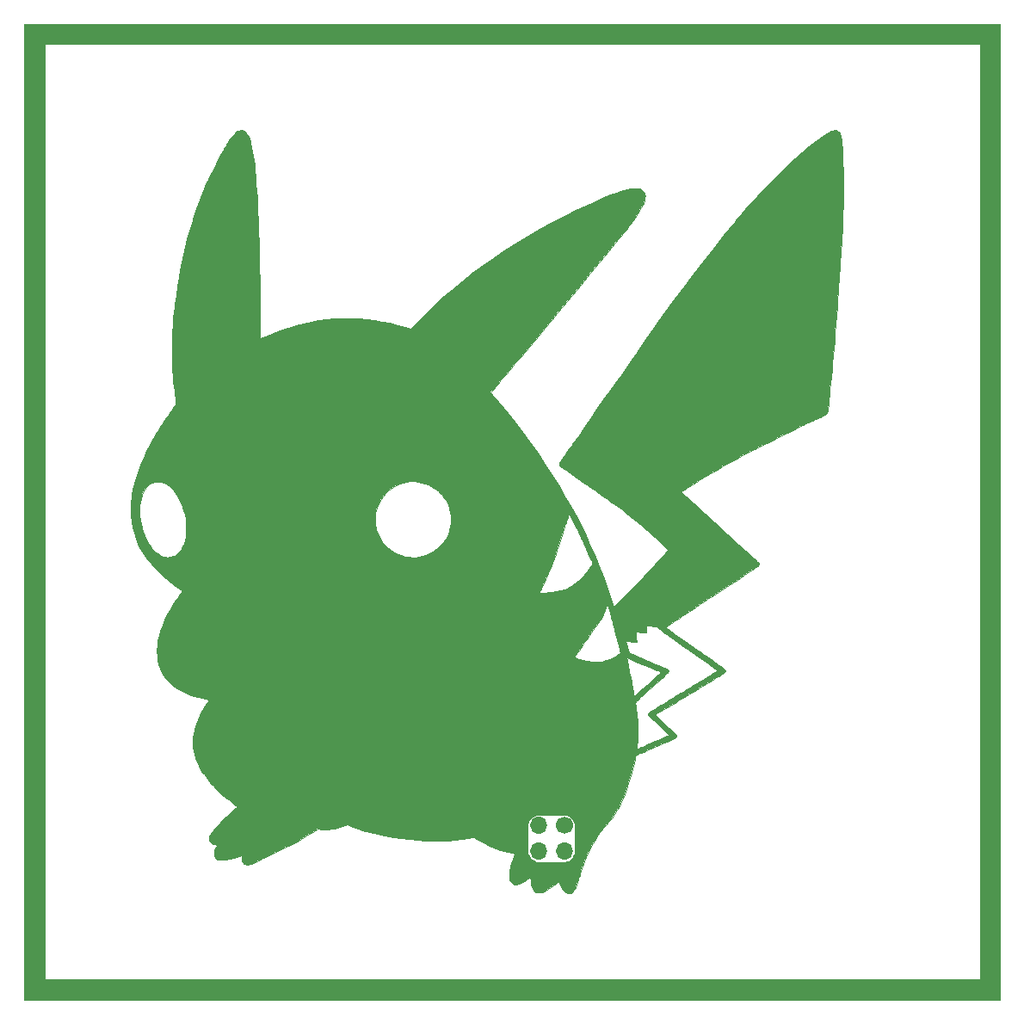
<source format=gtl>
G04 #@! TF.FileFunction,Copper,L1,Top,Signal*
%FSLAX46Y46*%
G04 Gerber Fmt 4.6, Leading zero omitted, Abs format (unit mm)*
G04 Created by KiCad (PCBNEW 4.0.7) date 07/16/18 22:17:09*
%MOMM*%
%LPD*%
G01*
G04 APERTURE LIST*
%ADD10C,0.100000*%
%ADD11C,0.010000*%
%ADD12C,1.700000*%
%ADD13O,1.700000X1.700000*%
G04 APERTURE END LIST*
D10*
D11*
G36*
X188468000Y-133096000D02*
X92477167Y-133096000D01*
X92477167Y-107041519D01*
X94470659Y-107041519D01*
X94470666Y-108185055D01*
X94470682Y-109308253D01*
X94470708Y-110410505D01*
X94470742Y-111491202D01*
X94470786Y-112549736D01*
X94470838Y-113585499D01*
X94470900Y-114597881D01*
X94470970Y-115586275D01*
X94471049Y-116550071D01*
X94471137Y-117488662D01*
X94471234Y-118401438D01*
X94471339Y-119287792D01*
X94471453Y-120147114D01*
X94471576Y-120978797D01*
X94471707Y-121782231D01*
X94471846Y-122556808D01*
X94471993Y-123301920D01*
X94472149Y-124016958D01*
X94472313Y-124701314D01*
X94472485Y-125354379D01*
X94472665Y-125975544D01*
X94472854Y-126564201D01*
X94473050Y-127119742D01*
X94473254Y-127641557D01*
X94473466Y-128129040D01*
X94473686Y-128581580D01*
X94473913Y-128998569D01*
X94474148Y-129379400D01*
X94474391Y-129723463D01*
X94474641Y-130030149D01*
X94474899Y-130298851D01*
X94475164Y-130528960D01*
X94475436Y-130719867D01*
X94475716Y-130870964D01*
X94476003Y-130981643D01*
X94476297Y-131051294D01*
X94476598Y-131079309D01*
X94476642Y-131079880D01*
X94484168Y-131080882D01*
X94506277Y-131081859D01*
X94543418Y-131082811D01*
X94596045Y-131083737D01*
X94664607Y-131084638D01*
X94749556Y-131085514D01*
X94851344Y-131086365D01*
X94970420Y-131087191D01*
X95107237Y-131087994D01*
X95262246Y-131088772D01*
X95435898Y-131089526D01*
X95628643Y-131090257D01*
X95840933Y-131090964D01*
X96073220Y-131091648D01*
X96325954Y-131092308D01*
X96599587Y-131092946D01*
X96894570Y-131093561D01*
X97211353Y-131094154D01*
X97550388Y-131094724D01*
X97912127Y-131095273D01*
X98297019Y-131095799D01*
X98705518Y-131096304D01*
X99138073Y-131096788D01*
X99595136Y-131097250D01*
X100077157Y-131097691D01*
X100584589Y-131098112D01*
X101117882Y-131098512D01*
X101677488Y-131098891D01*
X102263857Y-131099251D01*
X102877441Y-131099590D01*
X103518691Y-131099910D01*
X104188058Y-131100210D01*
X104885993Y-131100490D01*
X105612947Y-131100752D01*
X106369373Y-131100995D01*
X107155719Y-131101218D01*
X107972439Y-131101424D01*
X108819982Y-131101611D01*
X109698801Y-131101780D01*
X110609346Y-131101931D01*
X111552069Y-131102064D01*
X112527420Y-131102180D01*
X113535851Y-131102279D01*
X114577813Y-131102361D01*
X115653757Y-131102425D01*
X116764134Y-131102474D01*
X117909396Y-131102505D01*
X119089993Y-131102521D01*
X120306377Y-131102520D01*
X121558999Y-131102504D01*
X122848310Y-131102472D01*
X124174761Y-131102424D01*
X125538804Y-131102362D01*
X126940889Y-131102284D01*
X128381467Y-131102192D01*
X129860991Y-131102085D01*
X131379910Y-131101963D01*
X132938677Y-131101828D01*
X134537742Y-131101678D01*
X136177556Y-131101515D01*
X137858571Y-131101339D01*
X139581238Y-131101148D01*
X140477212Y-131101046D01*
X186467750Y-131095750D01*
X186467750Y-39105417D01*
X94477417Y-39105417D01*
X94472013Y-85079417D01*
X94471854Y-86475588D01*
X94471705Y-87861766D01*
X94471566Y-89237343D01*
X94471437Y-90601711D01*
X94471318Y-91954260D01*
X94471209Y-93294382D01*
X94471111Y-94621469D01*
X94471022Y-95934912D01*
X94470943Y-97234103D01*
X94470874Y-98518432D01*
X94470814Y-99787293D01*
X94470765Y-101040075D01*
X94470724Y-102276171D01*
X94470694Y-103494972D01*
X94470673Y-104695869D01*
X94470661Y-105878254D01*
X94470659Y-107041519D01*
X92477167Y-107041519D01*
X92477167Y-37105167D01*
X188468000Y-37105167D01*
X188468000Y-133096000D01*
X188468000Y-133096000D01*
G37*
X188468000Y-133096000D02*
X92477167Y-133096000D01*
X92477167Y-107041519D01*
X94470659Y-107041519D01*
X94470666Y-108185055D01*
X94470682Y-109308253D01*
X94470708Y-110410505D01*
X94470742Y-111491202D01*
X94470786Y-112549736D01*
X94470838Y-113585499D01*
X94470900Y-114597881D01*
X94470970Y-115586275D01*
X94471049Y-116550071D01*
X94471137Y-117488662D01*
X94471234Y-118401438D01*
X94471339Y-119287792D01*
X94471453Y-120147114D01*
X94471576Y-120978797D01*
X94471707Y-121782231D01*
X94471846Y-122556808D01*
X94471993Y-123301920D01*
X94472149Y-124016958D01*
X94472313Y-124701314D01*
X94472485Y-125354379D01*
X94472665Y-125975544D01*
X94472854Y-126564201D01*
X94473050Y-127119742D01*
X94473254Y-127641557D01*
X94473466Y-128129040D01*
X94473686Y-128581580D01*
X94473913Y-128998569D01*
X94474148Y-129379400D01*
X94474391Y-129723463D01*
X94474641Y-130030149D01*
X94474899Y-130298851D01*
X94475164Y-130528960D01*
X94475436Y-130719867D01*
X94475716Y-130870964D01*
X94476003Y-130981643D01*
X94476297Y-131051294D01*
X94476598Y-131079309D01*
X94476642Y-131079880D01*
X94484168Y-131080882D01*
X94506277Y-131081859D01*
X94543418Y-131082811D01*
X94596045Y-131083737D01*
X94664607Y-131084638D01*
X94749556Y-131085514D01*
X94851344Y-131086365D01*
X94970420Y-131087191D01*
X95107237Y-131087994D01*
X95262246Y-131088772D01*
X95435898Y-131089526D01*
X95628643Y-131090257D01*
X95840933Y-131090964D01*
X96073220Y-131091648D01*
X96325954Y-131092308D01*
X96599587Y-131092946D01*
X96894570Y-131093561D01*
X97211353Y-131094154D01*
X97550388Y-131094724D01*
X97912127Y-131095273D01*
X98297019Y-131095799D01*
X98705518Y-131096304D01*
X99138073Y-131096788D01*
X99595136Y-131097250D01*
X100077157Y-131097691D01*
X100584589Y-131098112D01*
X101117882Y-131098512D01*
X101677488Y-131098891D01*
X102263857Y-131099251D01*
X102877441Y-131099590D01*
X103518691Y-131099910D01*
X104188058Y-131100210D01*
X104885993Y-131100490D01*
X105612947Y-131100752D01*
X106369373Y-131100995D01*
X107155719Y-131101218D01*
X107972439Y-131101424D01*
X108819982Y-131101611D01*
X109698801Y-131101780D01*
X110609346Y-131101931D01*
X111552069Y-131102064D01*
X112527420Y-131102180D01*
X113535851Y-131102279D01*
X114577813Y-131102361D01*
X115653757Y-131102425D01*
X116764134Y-131102474D01*
X117909396Y-131102505D01*
X119089993Y-131102521D01*
X120306377Y-131102520D01*
X121558999Y-131102504D01*
X122848310Y-131102472D01*
X124174761Y-131102424D01*
X125538804Y-131102362D01*
X126940889Y-131102284D01*
X128381467Y-131102192D01*
X129860991Y-131102085D01*
X131379910Y-131101963D01*
X132938677Y-131101828D01*
X134537742Y-131101678D01*
X136177556Y-131101515D01*
X137858571Y-131101339D01*
X139581238Y-131101148D01*
X140477212Y-131101046D01*
X186467750Y-131095750D01*
X186467750Y-39105417D01*
X94477417Y-39105417D01*
X94472013Y-85079417D01*
X94471854Y-86475588D01*
X94471705Y-87861766D01*
X94471566Y-89237343D01*
X94471437Y-90601711D01*
X94471318Y-91954260D01*
X94471209Y-93294382D01*
X94471111Y-94621469D01*
X94471022Y-95934912D01*
X94470943Y-97234103D01*
X94470874Y-98518432D01*
X94470814Y-99787293D01*
X94470765Y-101040075D01*
X94470724Y-102276171D01*
X94470694Y-103494972D01*
X94470673Y-104695869D01*
X94470661Y-105878254D01*
X94470659Y-107041519D01*
X92477167Y-107041519D01*
X92477167Y-37105167D01*
X188468000Y-37105167D01*
X188468000Y-133096000D01*
G36*
X113923423Y-47574210D02*
X114065486Y-47629699D01*
X114196830Y-47723692D01*
X114318147Y-47856883D01*
X114430125Y-48029965D01*
X114533457Y-48243630D01*
X114585580Y-48375256D01*
X114668476Y-48624613D01*
X114747903Y-48916088D01*
X114823855Y-49249607D01*
X114896322Y-49625095D01*
X114965297Y-50042479D01*
X115030771Y-50501684D01*
X115092737Y-51002637D01*
X115151186Y-51545264D01*
X115206110Y-52129489D01*
X115257502Y-52755240D01*
X115305352Y-53422443D01*
X115349653Y-54131022D01*
X115390397Y-54880905D01*
X115427575Y-55672017D01*
X115452718Y-56282167D01*
X115469932Y-56746827D01*
X115486924Y-57248512D01*
X115503603Y-57782590D01*
X115519880Y-58344428D01*
X115535662Y-58929396D01*
X115550860Y-59532863D01*
X115565383Y-60150196D01*
X115579139Y-60776765D01*
X115592039Y-61407938D01*
X115603990Y-62039083D01*
X115614904Y-62665569D01*
X115624689Y-63282765D01*
X115633253Y-63886039D01*
X115640508Y-64470760D01*
X115646361Y-65032296D01*
X115650722Y-65566016D01*
X115653500Y-66067289D01*
X115654604Y-66531482D01*
X115654620Y-66587306D01*
X115654770Y-66882256D01*
X115655229Y-67137334D01*
X115656043Y-67355001D01*
X115657255Y-67537717D01*
X115658911Y-67687944D01*
X115661056Y-67808140D01*
X115663733Y-67900768D01*
X115666989Y-67968288D01*
X115670867Y-68013160D01*
X115675413Y-68037845D01*
X115680671Y-68044803D01*
X115681125Y-68044668D01*
X115708922Y-68033012D01*
X115768312Y-68007848D01*
X115851955Y-67972293D01*
X115952514Y-67929466D01*
X116014500Y-67903032D01*
X116828105Y-67569352D01*
X117623017Y-67270895D01*
X118402659Y-67006787D01*
X119170454Y-66776155D01*
X119929824Y-66578125D01*
X120684191Y-66411823D01*
X121436979Y-66276374D01*
X122191609Y-66170905D01*
X122951505Y-66094541D01*
X123158250Y-66078783D01*
X123300693Y-66070827D01*
X123477225Y-66064443D01*
X123680332Y-66059631D01*
X123902500Y-66056389D01*
X124136215Y-66054717D01*
X124373965Y-66054614D01*
X124608236Y-66056079D01*
X124831514Y-66059111D01*
X125036285Y-66063709D01*
X125215036Y-66069872D01*
X125360254Y-66077600D01*
X125380750Y-66079045D01*
X126157361Y-66150145D01*
X126914393Y-66248149D01*
X127659886Y-66374643D01*
X128401884Y-66531214D01*
X129148428Y-66719445D01*
X129907560Y-66940922D01*
X130162196Y-67021572D01*
X130456308Y-67116484D01*
X130617279Y-66943698D01*
X131526917Y-65996668D01*
X132474511Y-65067556D01*
X133459402Y-64156930D01*
X134480929Y-63265360D01*
X135538434Y-62393414D01*
X136631257Y-61541661D01*
X137758739Y-60710671D01*
X138220157Y-60383608D01*
X139406559Y-59574567D01*
X140627833Y-58785996D01*
X141880837Y-58019731D01*
X143162431Y-57277608D01*
X144469475Y-56561463D01*
X145798827Y-55873133D01*
X146674417Y-55441003D01*
X147302652Y-55140209D01*
X147896379Y-54862815D01*
X148456218Y-54608596D01*
X148982788Y-54377326D01*
X149476707Y-54168778D01*
X149938594Y-53982726D01*
X150369068Y-53818943D01*
X150768749Y-53677204D01*
X151138254Y-53557282D01*
X151478203Y-53458951D01*
X151789216Y-53381984D01*
X152071910Y-53326156D01*
X152326905Y-53291239D01*
X152554819Y-53277008D01*
X152594750Y-53276625D01*
X152798598Y-53284837D01*
X152969661Y-53311068D01*
X153114353Y-53357344D01*
X153239083Y-53425690D01*
X153345978Y-53513929D01*
X153422090Y-53598445D01*
X153475394Y-53685706D01*
X153509152Y-53785331D01*
X153526626Y-53906937D01*
X153531082Y-54059667D01*
X153528806Y-54178559D01*
X153522040Y-54270380D01*
X153508616Y-54350330D01*
X153486365Y-54433608D01*
X153470676Y-54483000D01*
X153393197Y-54691182D01*
X153290921Y-54918355D01*
X153162699Y-55166635D01*
X153007382Y-55438138D01*
X152823818Y-55734982D01*
X152628888Y-56032452D01*
X152540756Y-56163190D01*
X152457217Y-56285427D01*
X152375897Y-56402217D01*
X152294422Y-56516609D01*
X152210421Y-56631658D01*
X152121520Y-56750414D01*
X152025345Y-56875929D01*
X151919525Y-57011256D01*
X151801685Y-57159446D01*
X151669453Y-57323551D01*
X151520456Y-57506624D01*
X151352321Y-57711715D01*
X151162674Y-57941878D01*
X150949143Y-58200164D01*
X150854748Y-58314167D01*
X149915722Y-59448586D01*
X148996770Y-60560289D01*
X148090241Y-61658552D01*
X147188488Y-62752652D01*
X146283861Y-63851866D01*
X145368712Y-64965472D01*
X144886257Y-65553167D01*
X144606770Y-65893683D01*
X144350453Y-66205812D01*
X144114568Y-66492833D01*
X143896374Y-66758021D01*
X143693132Y-67004655D01*
X143502103Y-67236012D01*
X143320545Y-67455369D01*
X143145720Y-67666004D01*
X142974888Y-67871195D01*
X142805309Y-68074218D01*
X142634244Y-68278352D01*
X142458952Y-68486873D01*
X142276694Y-68703060D01*
X142084731Y-68930189D01*
X141880321Y-69171537D01*
X141660727Y-69430384D01*
X141423207Y-69710005D01*
X141165023Y-70013678D01*
X140883434Y-70344682D01*
X140737012Y-70516750D01*
X140536876Y-70752000D01*
X140332853Y-70991964D01*
X140128222Y-71232775D01*
X139926264Y-71470567D01*
X139730257Y-71701476D01*
X139543482Y-71921635D01*
X139369219Y-72127180D01*
X139210747Y-72314244D01*
X139071346Y-72478962D01*
X138954296Y-72617469D01*
X138900125Y-72681680D01*
X138324150Y-73364943D01*
X138615355Y-73697680D01*
X139340866Y-74545579D01*
X140068071Y-75432938D01*
X140794992Y-76357041D01*
X141519648Y-77315174D01*
X142240062Y-78304622D01*
X142954253Y-79322672D01*
X143660244Y-80366608D01*
X144356054Y-81433716D01*
X144992054Y-82444167D01*
X145566768Y-83398465D01*
X146127973Y-84380974D01*
X146673492Y-85386935D01*
X147201152Y-86411590D01*
X147708780Y-87450182D01*
X148194200Y-88497955D01*
X148655237Y-89550149D01*
X149089719Y-90602009D01*
X149495471Y-91648775D01*
X149870317Y-92685692D01*
X150212085Y-93708002D01*
X150368784Y-94208595D01*
X150435441Y-94426606D01*
X150544596Y-94326350D01*
X151006893Y-93895667D01*
X151473066Y-93449096D01*
X151945264Y-92984393D01*
X152425638Y-92499310D01*
X152916337Y-91991604D01*
X153419512Y-91459027D01*
X153937313Y-90899336D01*
X154471891Y-90310284D01*
X155025394Y-89689626D01*
X155486982Y-89164583D01*
X155764458Y-88847083D01*
X155368104Y-88448592D01*
X154653991Y-87751445D01*
X153908953Y-87064018D01*
X153144395Y-86396551D01*
X152378833Y-85764977D01*
X152172162Y-85600649D01*
X151960055Y-85434501D01*
X151740334Y-85264954D01*
X151510819Y-85090429D01*
X151269334Y-84909347D01*
X151013698Y-84720129D01*
X150741735Y-84521196D01*
X150451266Y-84310968D01*
X150140112Y-84087867D01*
X149806095Y-83850314D01*
X149447036Y-83596729D01*
X149060758Y-83325533D01*
X148645082Y-83035149D01*
X148197830Y-82723995D01*
X147870333Y-82496820D01*
X147496675Y-82237785D01*
X147156531Y-82001737D01*
X146848519Y-81787699D01*
X146571255Y-81594693D01*
X146323358Y-81421741D01*
X146103444Y-81267865D01*
X145910130Y-81132089D01*
X145742034Y-81013434D01*
X145597774Y-80910923D01*
X145475965Y-80823578D01*
X145375226Y-80750422D01*
X145294174Y-80690477D01*
X145231426Y-80642766D01*
X145185599Y-80606311D01*
X145155310Y-80580134D01*
X145145125Y-80570135D01*
X145099372Y-80512861D01*
X145079622Y-80456842D01*
X145076333Y-80403875D01*
X145077119Y-80387919D01*
X145080386Y-80370104D01*
X145087495Y-80348403D01*
X145099809Y-80320789D01*
X145118690Y-80285234D01*
X145145500Y-80239710D01*
X145181600Y-80182191D01*
X145228354Y-80110649D01*
X145287124Y-80023056D01*
X145359270Y-79917385D01*
X145446157Y-79791609D01*
X145549145Y-79643700D01*
X145669597Y-79471630D01*
X145808875Y-79273372D01*
X145968341Y-79046899D01*
X146149357Y-78790183D01*
X146353286Y-78501197D01*
X146381290Y-78461523D01*
X147016069Y-77561307D01*
X147643520Y-76669685D01*
X148261958Y-75789072D01*
X148869698Y-74921885D01*
X149465055Y-74070541D01*
X150046344Y-73237456D01*
X150611879Y-72425046D01*
X151159977Y-71635728D01*
X151688951Y-70871917D01*
X152197117Y-70136032D01*
X152682791Y-69430487D01*
X152939710Y-69056250D01*
X153144064Y-68758308D01*
X153326413Y-68492534D01*
X153488674Y-68256169D01*
X153632764Y-68046456D01*
X153760600Y-67860635D01*
X153874099Y-67695947D01*
X153975177Y-67549636D01*
X154065752Y-67418941D01*
X154147740Y-67301105D01*
X154223059Y-67193369D01*
X154293625Y-67092974D01*
X154361356Y-66997162D01*
X154428167Y-66903175D01*
X154495977Y-66808254D01*
X154566702Y-66709640D01*
X154642258Y-66604576D01*
X154675374Y-66558583D01*
X155539686Y-65368433D01*
X156428067Y-64164810D01*
X157341855Y-62945969D01*
X158282391Y-61710164D01*
X159251013Y-60455649D01*
X160249061Y-59180678D01*
X161277873Y-57883505D01*
X162338789Y-56562385D01*
X162419854Y-56462083D01*
X162714097Y-56104547D01*
X163037014Y-55723826D01*
X163384817Y-55323911D01*
X163753718Y-54908792D01*
X164139931Y-54482457D01*
X164539668Y-54048897D01*
X164949140Y-53612101D01*
X165364562Y-53176059D01*
X165782146Y-52744761D01*
X166198103Y-52322195D01*
X166608647Y-51912352D01*
X167009991Y-51519221D01*
X167398346Y-51146792D01*
X167769925Y-50799055D01*
X167968083Y-50617671D01*
X168314750Y-50306982D01*
X168662689Y-50002618D01*
X169009173Y-49706701D01*
X169351471Y-49421350D01*
X169686856Y-49148686D01*
X170012599Y-48890829D01*
X170325970Y-48649898D01*
X170624242Y-48428015D01*
X170904686Y-48227298D01*
X171164572Y-48049869D01*
X171401172Y-47897847D01*
X171611757Y-47773352D01*
X171670170Y-47741302D01*
X171856084Y-47650790D01*
X172019190Y-47592304D01*
X172163547Y-47565158D01*
X172293214Y-47568665D01*
X172412251Y-47602138D01*
X172434250Y-47611946D01*
X172528144Y-47665974D01*
X172607010Y-47734411D01*
X172672699Y-47821484D01*
X172727062Y-47931421D01*
X172771952Y-48068450D01*
X172809220Y-48236800D01*
X172840717Y-48440697D01*
X172857136Y-48577500D01*
X172869822Y-48688570D01*
X172881707Y-48785660D01*
X172891717Y-48860480D01*
X172898777Y-48904740D01*
X172900507Y-48911952D01*
X172904016Y-48939490D01*
X172909246Y-49003707D01*
X172915833Y-49098998D01*
X172923413Y-49219759D01*
X172931622Y-49360386D01*
X172940095Y-49515275D01*
X172941762Y-49546952D01*
X172987438Y-50574595D01*
X173017555Y-51615841D01*
X173032079Y-52674200D01*
X173030972Y-53753180D01*
X173014198Y-54856290D01*
X172981720Y-55987041D01*
X172933502Y-57148942D01*
X172869508Y-58345501D01*
X172846279Y-58726917D01*
X172835736Y-58892680D01*
X172822484Y-59096686D01*
X172806797Y-59334949D01*
X172788945Y-59603482D01*
X172769201Y-59898301D01*
X172747837Y-60215417D01*
X172725126Y-60550847D01*
X172701339Y-60900604D01*
X172676749Y-61260702D01*
X172651627Y-61627156D01*
X172626246Y-61995979D01*
X172600878Y-62363185D01*
X172575795Y-62724789D01*
X172551269Y-63076805D01*
X172527572Y-63415246D01*
X172504977Y-63736128D01*
X172486462Y-63997417D01*
X172420228Y-64918679D01*
X172355320Y-65800312D01*
X172291511Y-66644993D01*
X172228576Y-67455398D01*
X172166285Y-68234204D01*
X172104413Y-68984086D01*
X172042733Y-69707721D01*
X171981016Y-70407785D01*
X171919037Y-71086954D01*
X171856569Y-71747905D01*
X171793383Y-72393314D01*
X171729254Y-73025857D01*
X171682932Y-73469500D01*
X171662065Y-73669858D01*
X171641197Y-73875586D01*
X171621129Y-74078386D01*
X171602665Y-74269962D01*
X171586608Y-74442018D01*
X171573759Y-74586256D01*
X171566950Y-74668178D01*
X171550691Y-74855187D01*
X171533485Y-75006087D01*
X171513430Y-75127089D01*
X171488627Y-75224408D01*
X171457175Y-75304256D01*
X171417171Y-75372846D01*
X171366716Y-75436391D01*
X171315602Y-75489691D01*
X171258667Y-75542534D01*
X171198532Y-75590436D01*
X171129885Y-75636195D01*
X171047416Y-75682611D01*
X170945814Y-75732480D01*
X170819768Y-75788600D01*
X170663967Y-75853769D01*
X170494713Y-75922152D01*
X170405971Y-75959220D01*
X170284075Y-76012516D01*
X170133953Y-76079777D01*
X169960529Y-76158737D01*
X169768731Y-76247131D01*
X169563485Y-76342692D01*
X169349717Y-76443157D01*
X169132352Y-76546260D01*
X169001991Y-76608573D01*
X168235244Y-76977456D01*
X167505211Y-77331333D01*
X166809513Y-77671448D01*
X166145776Y-77999049D01*
X165511622Y-78315379D01*
X164904674Y-78621686D01*
X164322557Y-78919213D01*
X163762894Y-79209208D01*
X163223307Y-79492916D01*
X162701422Y-79771582D01*
X162194860Y-80046452D01*
X161701246Y-80318771D01*
X161218204Y-80589785D01*
X160743356Y-80860740D01*
X160274326Y-81132881D01*
X159808737Y-81407454D01*
X159540414Y-81567666D01*
X159337901Y-81689663D01*
X159127806Y-81817234D01*
X158913154Y-81948473D01*
X158696965Y-82081474D01*
X158482261Y-82214330D01*
X158272066Y-82345135D01*
X158069401Y-82471983D01*
X157877288Y-82592968D01*
X157698750Y-82706183D01*
X157536808Y-82809724D01*
X157394485Y-82901682D01*
X157274803Y-82980152D01*
X157180784Y-83043228D01*
X157115451Y-83089004D01*
X157081825Y-83115574D01*
X157077833Y-83120903D01*
X157093056Y-83137439D01*
X157137037Y-83180142D01*
X157207250Y-83246665D01*
X157301167Y-83334657D01*
X157416258Y-83441769D01*
X157549997Y-83565654D01*
X157699854Y-83703960D01*
X157863302Y-83854341D01*
X158037813Y-84014446D01*
X158151510Y-84118528D01*
X158713586Y-84632570D01*
X159246311Y-85119624D01*
X159751503Y-85581349D01*
X160230980Y-86019406D01*
X160686561Y-86435452D01*
X161120062Y-86831147D01*
X161533303Y-87208150D01*
X161928101Y-87568119D01*
X162306274Y-87912715D01*
X162669640Y-88243596D01*
X163020017Y-88562421D01*
X163316644Y-88832146D01*
X163522376Y-89019386D01*
X163719314Y-89199067D01*
X163905173Y-89369078D01*
X164077667Y-89527309D01*
X164234510Y-89671647D01*
X164373417Y-89799983D01*
X164492103Y-89910204D01*
X164588281Y-90000201D01*
X164659668Y-90067862D01*
X164703976Y-90111076D01*
X164718757Y-90127213D01*
X164738263Y-90200812D01*
X164733070Y-90287066D01*
X164704531Y-90365267D01*
X164703013Y-90367788D01*
X164681615Y-90386194D01*
X164626512Y-90426519D01*
X164537588Y-90488838D01*
X164414727Y-90573230D01*
X164257813Y-90679771D01*
X164066729Y-90808540D01*
X163841359Y-90959614D01*
X163581588Y-91133069D01*
X163287300Y-91328984D01*
X162958377Y-91547436D01*
X162594705Y-91788502D01*
X162196166Y-92052259D01*
X161762645Y-92338785D01*
X161294027Y-92648158D01*
X160790193Y-92980454D01*
X160251030Y-93335751D01*
X160106326Y-93431062D01*
X159707079Y-93694029D01*
X159317051Y-93950968D01*
X158937723Y-94200901D01*
X158570575Y-94442851D01*
X158217088Y-94675842D01*
X157878743Y-94898895D01*
X157557021Y-95111034D01*
X157253403Y-95311281D01*
X156969370Y-95498660D01*
X156706402Y-95672194D01*
X156465981Y-95830904D01*
X156249586Y-95973814D01*
X156058700Y-96099947D01*
X155894803Y-96208325D01*
X155759376Y-96297972D01*
X155653899Y-96367910D01*
X155579854Y-96417162D01*
X155538721Y-96444751D01*
X155530332Y-96450607D01*
X155545602Y-96464332D01*
X155593785Y-96501054D01*
X155673100Y-96559508D01*
X155781769Y-96638428D01*
X155918014Y-96736550D01*
X156080053Y-96852608D01*
X156266110Y-96985337D01*
X156474404Y-97133473D01*
X156703157Y-97295749D01*
X156950589Y-97470902D01*
X157214922Y-97657665D01*
X157494377Y-97854774D01*
X157787174Y-98060964D01*
X158091534Y-98274969D01*
X158405679Y-98495525D01*
X158425837Y-98509667D01*
X158741504Y-98731239D01*
X159048090Y-98946698D01*
X159343770Y-99154749D01*
X159626720Y-99354097D01*
X159895114Y-99543450D01*
X160147129Y-99721513D01*
X160380940Y-99886992D01*
X160594723Y-100038593D01*
X160786651Y-100175023D01*
X160954903Y-100294987D01*
X161097651Y-100397191D01*
X161213073Y-100480343D01*
X161299343Y-100543147D01*
X161354637Y-100584309D01*
X161377130Y-100602537D01*
X161377289Y-100602729D01*
X161411035Y-100676509D01*
X161416581Y-100764447D01*
X161394546Y-100849693D01*
X161366563Y-100894693D01*
X161343361Y-100911724D01*
X161285595Y-100949427D01*
X161195023Y-101006730D01*
X161073403Y-101082562D01*
X160922493Y-101175851D01*
X160744052Y-101285526D01*
X160539837Y-101410515D01*
X160311608Y-101549747D01*
X160061122Y-101702151D01*
X159790138Y-101866654D01*
X159500414Y-102042186D01*
X159193708Y-102227674D01*
X158871779Y-102422048D01*
X158536385Y-102624235D01*
X158189283Y-102833165D01*
X157916565Y-102997108D01*
X157568205Y-103206493D01*
X157229736Y-103410104D01*
X156902933Y-103606868D01*
X156589565Y-103795711D01*
X156291407Y-103975560D01*
X156010231Y-104145342D01*
X155747808Y-104303982D01*
X155505911Y-104450407D01*
X155286312Y-104583545D01*
X155090784Y-104702320D01*
X154921099Y-104805660D01*
X154779029Y-104892490D01*
X154666347Y-104961739D01*
X154584825Y-105012331D01*
X154536235Y-105043194D01*
X154522127Y-105053218D01*
X154538015Y-105069714D01*
X154582162Y-105112771D01*
X154651994Y-105179940D01*
X154744938Y-105268773D01*
X154858422Y-105376822D01*
X154989873Y-105501639D01*
X155136717Y-105640775D01*
X155296381Y-105791782D01*
X155466294Y-105952211D01*
X155532667Y-106014809D01*
X155706960Y-106179437D01*
X155872793Y-106336644D01*
X156027478Y-106483847D01*
X156168328Y-106618461D01*
X156292657Y-106737902D01*
X156397777Y-106839586D01*
X156481000Y-106920930D01*
X156539642Y-106979350D01*
X156571013Y-107012261D01*
X156574985Y-107017174D01*
X156600268Y-107076089D01*
X156611938Y-107145912D01*
X156612027Y-107151269D01*
X156612044Y-107177615D01*
X156610538Y-107201650D01*
X156605318Y-107224497D01*
X156594194Y-107247283D01*
X156574976Y-107271132D01*
X156545472Y-107297168D01*
X156503494Y-107326518D01*
X156446849Y-107360305D01*
X156373349Y-107399656D01*
X156280802Y-107445695D01*
X156167018Y-107499546D01*
X156029808Y-107562336D01*
X155866979Y-107635189D01*
X155676343Y-107719230D01*
X155455708Y-107815584D01*
X155202885Y-107925376D01*
X154915683Y-108049731D01*
X154591911Y-108189774D01*
X154580167Y-108194853D01*
X154311348Y-108311134D01*
X154053009Y-108422899D01*
X153807867Y-108528974D01*
X153578639Y-108628180D01*
X153368043Y-108719342D01*
X153178796Y-108801283D01*
X153013614Y-108872826D01*
X152875215Y-108932796D01*
X152766316Y-108980015D01*
X152689635Y-109013306D01*
X152647888Y-109031494D01*
X152641264Y-109034418D01*
X152623910Y-109046989D01*
X152608354Y-109071523D01*
X152592848Y-109113888D01*
X152575642Y-109179955D01*
X152554985Y-109275593D01*
X152529130Y-109406672D01*
X152526997Y-109417759D01*
X152434792Y-109860429D01*
X152325222Y-110317829D01*
X152197190Y-110793769D01*
X152049595Y-111292063D01*
X151881338Y-111816523D01*
X151691319Y-112370962D01*
X151607728Y-112605440D01*
X151412874Y-113118577D01*
X151210339Y-113594980D01*
X150996847Y-114040020D01*
X150769121Y-114459068D01*
X150523883Y-114857493D01*
X150257856Y-115240667D01*
X149967764Y-115613960D01*
X149650329Y-115982741D01*
X149353004Y-116300343D01*
X149242531Y-116415413D01*
X149155349Y-116509825D01*
X149084440Y-116592478D01*
X149022790Y-116672272D01*
X148963380Y-116758104D01*
X148899196Y-116858875D01*
X148852357Y-116935343D01*
X148552949Y-117449603D01*
X148273089Y-117975099D01*
X148007485Y-118522224D01*
X147757164Y-119086496D01*
X147676263Y-119280856D01*
X147590641Y-119493835D01*
X147502529Y-119719328D01*
X147414159Y-119951230D01*
X147327761Y-120183438D01*
X147245569Y-120409848D01*
X147169812Y-120624355D01*
X147102723Y-120820855D01*
X147046533Y-120993246D01*
X147003474Y-121135421D01*
X146989072Y-121187551D01*
X146898411Y-121501882D01*
X146802804Y-121779752D01*
X146702748Y-122020208D01*
X146598740Y-122222298D01*
X146491277Y-122385069D01*
X146380855Y-122507569D01*
X146267972Y-122588846D01*
X146254269Y-122595791D01*
X146131303Y-122633434D01*
X145996999Y-122637582D01*
X145865424Y-122608603D01*
X145809535Y-122584170D01*
X145726210Y-122532967D01*
X145645126Y-122465659D01*
X145563189Y-122378287D01*
X145477302Y-122266886D01*
X145384371Y-122127497D01*
X145281299Y-121956157D01*
X145184165Y-121783822D01*
X145130514Y-121686926D01*
X145084076Y-121603909D01*
X145048664Y-121541516D01*
X145028084Y-121506491D01*
X145024689Y-121501467D01*
X145002395Y-121508638D01*
X144947575Y-121541249D01*
X144861093Y-121598715D01*
X144743814Y-121680451D01*
X144596598Y-121785871D01*
X144478447Y-121871800D01*
X144217421Y-122057614D01*
X143982844Y-122213491D01*
X143772203Y-122340370D01*
X143582983Y-122439189D01*
X143412670Y-122510886D01*
X143258750Y-122556397D01*
X143118708Y-122576663D01*
X142990032Y-122572619D01*
X142870205Y-122545206D01*
X142777576Y-122506344D01*
X142649290Y-122422216D01*
X142541133Y-122309065D01*
X142452248Y-122164985D01*
X142381777Y-121988071D01*
X142328864Y-121776416D01*
X142292651Y-121528117D01*
X142281554Y-121403636D01*
X142273279Y-121294301D01*
X142265760Y-121199397D01*
X142259683Y-121127270D01*
X142255734Y-121086267D01*
X142255015Y-121080989D01*
X142236834Y-121083518D01*
X142189538Y-121106214D01*
X142119217Y-121145730D01*
X142031959Y-121198719D01*
X141975417Y-121234676D01*
X141796340Y-121346062D01*
X141616193Y-121450143D01*
X141442467Y-121543026D01*
X141282654Y-121620818D01*
X141144242Y-121679625D01*
X141068312Y-121706129D01*
X140884543Y-121745973D01*
X140715616Y-121749502D01*
X140564282Y-121717915D01*
X140433295Y-121652410D01*
X140325406Y-121554186D01*
X140243369Y-121424442D01*
X140207489Y-121331281D01*
X140186230Y-121247637D01*
X140173113Y-121155342D01*
X140166784Y-121041922D01*
X140165667Y-120946207D01*
X140166238Y-120869317D01*
X140168480Y-120798260D01*
X140173182Y-120726795D01*
X140181133Y-120648684D01*
X140193124Y-120557686D01*
X140209944Y-120447560D01*
X140232382Y-120312068D01*
X140261229Y-120144969D01*
X140282181Y-120025583D01*
X140306516Y-119906454D01*
X140339258Y-119781618D01*
X140382579Y-119644699D01*
X140438648Y-119489321D01*
X140509635Y-119309108D01*
X140597711Y-119097685D01*
X140599171Y-119094250D01*
X140658808Y-118950266D01*
X140700996Y-118840155D01*
X140725321Y-118765108D01*
X140731369Y-118726317D01*
X140728760Y-118721315D01*
X140699028Y-118712272D01*
X140637657Y-118698425D01*
X140554764Y-118681950D01*
X140493750Y-118670793D01*
X140348461Y-118642204D01*
X140173862Y-118603194D01*
X139980863Y-118556542D01*
X139780375Y-118505026D01*
X139583310Y-118451428D01*
X139400580Y-118398525D01*
X139287250Y-118363463D01*
X138857451Y-118212714D01*
X138406130Y-118028939D01*
X137936388Y-117813550D01*
X137451322Y-117567959D01*
X137014413Y-117328069D01*
X136903248Y-117265551D01*
X141986000Y-117265551D01*
X141986045Y-117547567D01*
X141986237Y-117790515D01*
X141986666Y-117997659D01*
X141987417Y-118172262D01*
X141988578Y-118317589D01*
X141990237Y-118436904D01*
X141992481Y-118533472D01*
X141995398Y-118610557D01*
X141999075Y-118671424D01*
X142003599Y-118719336D01*
X142009058Y-118757559D01*
X142015540Y-118789355D01*
X142023131Y-118817991D01*
X142028021Y-118834255D01*
X142107519Y-119022562D01*
X142221176Y-119190648D01*
X142364104Y-119333702D01*
X142531415Y-119446911D01*
X142718222Y-119525464D01*
X142735264Y-119530509D01*
X142763987Y-119537875D01*
X142797079Y-119544212D01*
X142837786Y-119549601D01*
X142889355Y-119554122D01*
X142955030Y-119557857D01*
X143038059Y-119560885D01*
X143141688Y-119563288D01*
X143269161Y-119565145D01*
X143423727Y-119566539D01*
X143608629Y-119567549D01*
X143827116Y-119568257D01*
X144082432Y-119568742D01*
X144283428Y-119568992D01*
X144571584Y-119569175D01*
X144820507Y-119569027D01*
X145033298Y-119568487D01*
X145213057Y-119567495D01*
X145362883Y-119565991D01*
X145485877Y-119563914D01*
X145585138Y-119561204D01*
X145663768Y-119557799D01*
X145724865Y-119553640D01*
X145771529Y-119548665D01*
X145806862Y-119542816D01*
X145823658Y-119538926D01*
X146020211Y-119466536D01*
X146195989Y-119358578D01*
X146347780Y-119218001D01*
X146472373Y-119047755D01*
X146563199Y-118859708D01*
X146610917Y-118734417D01*
X146610917Y-115771083D01*
X146563199Y-115645792D01*
X146467651Y-115449906D01*
X146341830Y-115280867D01*
X146188949Y-115141622D01*
X146012218Y-115035123D01*
X145823658Y-114966573D01*
X145793129Y-114960104D01*
X145752814Y-114954551D01*
X145699590Y-114949848D01*
X145630330Y-114945930D01*
X145541908Y-114942733D01*
X145431200Y-114940191D01*
X145295079Y-114938238D01*
X145130420Y-114936810D01*
X144934097Y-114935842D01*
X144702985Y-114935267D01*
X144433958Y-114935021D01*
X144310928Y-114935000D01*
X143975875Y-114935376D01*
X143683002Y-114936507D01*
X143432161Y-114938394D01*
X143223204Y-114941040D01*
X143055984Y-114944448D01*
X142930354Y-114948618D01*
X142846166Y-114953555D01*
X142807250Y-114958319D01*
X142638111Y-115012552D01*
X142472891Y-115100616D01*
X142321402Y-115215234D01*
X142193457Y-115349127D01*
X142108405Y-115476614D01*
X142085340Y-115520043D01*
X142065371Y-115560521D01*
X142048276Y-115601312D01*
X142033830Y-115645677D01*
X142021811Y-115696876D01*
X142011996Y-115758172D01*
X142004161Y-115832826D01*
X141998083Y-115924100D01*
X141993540Y-116035254D01*
X141990308Y-116169551D01*
X141988163Y-116330252D01*
X141986883Y-116520618D01*
X141986245Y-116743912D01*
X141986025Y-117003393D01*
X141986000Y-117265551D01*
X136903248Y-117265551D01*
X136895162Y-117261004D01*
X136788245Y-117202284D01*
X136699096Y-117154779D01*
X136633149Y-117121357D01*
X136595838Y-117104887D01*
X136589716Y-117103832D01*
X136559713Y-117113423D01*
X136494438Y-117128771D01*
X136400375Y-117148658D01*
X136284006Y-117171867D01*
X136151816Y-117197180D01*
X136010286Y-117223380D01*
X135865901Y-117249249D01*
X135725144Y-117273571D01*
X135594498Y-117295128D01*
X135480446Y-117312702D01*
X135466667Y-117314704D01*
X134811540Y-117393578D01*
X134126369Y-117446208D01*
X133414191Y-117472766D01*
X132678042Y-117473422D01*
X131920961Y-117448349D01*
X131145982Y-117397716D01*
X130356144Y-117321696D01*
X129554484Y-117220460D01*
X128744038Y-117094179D01*
X127927842Y-116943024D01*
X127571500Y-116869493D01*
X127202158Y-116787974D01*
X126827589Y-116699748D01*
X126453355Y-116606377D01*
X126085020Y-116509423D01*
X125728145Y-116410446D01*
X125388292Y-116311008D01*
X125071025Y-116212671D01*
X124781906Y-116116996D01*
X124526498Y-116025546D01*
X124421890Y-115985338D01*
X124183302Y-115891246D01*
X124051776Y-115942867D01*
X123797556Y-116034568D01*
X123519262Y-116120835D01*
X123232188Y-116197565D01*
X122951628Y-116260656D01*
X122704402Y-116304318D01*
X122585276Y-116317794D01*
X122437656Y-116328114D01*
X122271235Y-116335194D01*
X122095706Y-116338947D01*
X121920763Y-116339287D01*
X121756097Y-116336129D01*
X121611403Y-116329386D01*
X121496373Y-116318972D01*
X121469983Y-116315259D01*
X121326884Y-116292796D01*
X120972567Y-116520655D01*
X120733797Y-116672034D01*
X120490672Y-116821652D01*
X120240325Y-116971034D01*
X119979885Y-117121703D01*
X119706484Y-117275184D01*
X119417252Y-117433000D01*
X119109321Y-117596676D01*
X118779821Y-117767736D01*
X118425883Y-117947703D01*
X118044638Y-118138101D01*
X117633218Y-118340455D01*
X117188752Y-118556288D01*
X116708373Y-118787124D01*
X116681250Y-118800096D01*
X116514581Y-118880821D01*
X116345339Y-118964659D01*
X116181365Y-119047593D01*
X116030500Y-119125604D01*
X115900585Y-119194675D01*
X115799460Y-119250787D01*
X115781667Y-119261104D01*
X115492904Y-119424411D01*
X115232807Y-119558629D01*
X114999707Y-119664194D01*
X114791933Y-119741543D01*
X114607814Y-119791114D01*
X114445681Y-119813342D01*
X114303862Y-119808665D01*
X114180689Y-119777519D01*
X114074489Y-119720341D01*
X114061652Y-119710873D01*
X113959640Y-119607268D01*
X113890704Y-119478473D01*
X113856077Y-119327189D01*
X113852011Y-119251204D01*
X113853790Y-119156539D01*
X113859043Y-119063236D01*
X113866123Y-118995526D01*
X113880853Y-118897300D01*
X113344302Y-119053579D01*
X113032317Y-119142236D01*
X112756531Y-119215587D01*
X112513831Y-119274038D01*
X112301108Y-119317996D01*
X112115249Y-119347865D01*
X111953142Y-119364053D01*
X111811677Y-119366964D01*
X111687743Y-119357004D01*
X111578226Y-119334580D01*
X111480018Y-119300097D01*
X111474101Y-119297514D01*
X111342267Y-119218909D01*
X111243463Y-119115018D01*
X111177826Y-118987209D01*
X111145493Y-118836846D01*
X111146603Y-118665295D01*
X111181293Y-118473922D01*
X111249701Y-118264091D01*
X111347932Y-118045146D01*
X111382574Y-117974135D01*
X111407170Y-117919392D01*
X111417588Y-117890268D01*
X111417400Y-117887976D01*
X111395319Y-117880028D01*
X111342379Y-117864145D01*
X111268625Y-117843305D01*
X111242160Y-117836046D01*
X111044518Y-117768433D01*
X110884659Y-117683846D01*
X110762965Y-117582862D01*
X110679818Y-117466058D01*
X110635600Y-117334010D01*
X110630692Y-117187296D01*
X110665475Y-117026491D01*
X110679655Y-116986175D01*
X110705216Y-116926171D01*
X110738905Y-116863460D01*
X110784431Y-116792812D01*
X110845503Y-116709001D01*
X110925830Y-116606798D01*
X111029120Y-116480974D01*
X111087757Y-116410878D01*
X111405606Y-116040675D01*
X111716503Y-115694721D01*
X112017031Y-115376667D01*
X112303772Y-115090159D01*
X112483460Y-114920440D01*
X112603979Y-114811223D01*
X112736599Y-114694057D01*
X112874382Y-114574813D01*
X113010395Y-114459366D01*
X113137703Y-114353588D01*
X113249369Y-114263352D01*
X113338459Y-114194529D01*
X113355419Y-114182062D01*
X113415889Y-114138208D01*
X112868403Y-113696993D01*
X112637497Y-113510242D01*
X112435438Y-113345188D01*
X112257522Y-113197707D01*
X112099047Y-113063680D01*
X111955309Y-112938983D01*
X111821606Y-112819497D01*
X111693235Y-112701098D01*
X111565492Y-112579666D01*
X111433675Y-112451079D01*
X111335218Y-112353364D01*
X111074490Y-112087772D01*
X110842872Y-111839879D01*
X110634803Y-111603099D01*
X110444719Y-111370845D01*
X110267055Y-111136532D01*
X110096249Y-110893572D01*
X110072834Y-110858890D01*
X109838956Y-110485282D01*
X109629500Y-110098447D01*
X109447401Y-109705109D01*
X109295593Y-109311990D01*
X109177011Y-108925813D01*
X109116283Y-108667824D01*
X109052273Y-108251235D01*
X109029722Y-107830785D01*
X109048670Y-107405433D01*
X109109151Y-106974137D01*
X109189454Y-106616500D01*
X109309278Y-106211209D01*
X109459840Y-105789811D01*
X109637277Y-105360593D01*
X109837728Y-104931839D01*
X110057331Y-104511836D01*
X110292224Y-104108870D01*
X110524951Y-103750931D01*
X110573490Y-103678760D01*
X110610390Y-103620833D01*
X110630748Y-103585023D01*
X110633013Y-103577458D01*
X110611202Y-103571460D01*
X110554159Y-103558560D01*
X110468173Y-103540103D01*
X110359534Y-103517432D01*
X110234532Y-103491894D01*
X110203638Y-103485656D01*
X109639382Y-103357376D01*
X109110834Y-103207065D01*
X108618059Y-103034778D01*
X108161123Y-102840569D01*
X107740094Y-102624493D01*
X107355038Y-102386604D01*
X107006021Y-102126956D01*
X106693108Y-101845604D01*
X106416368Y-101542602D01*
X106175865Y-101218004D01*
X105971666Y-100871865D01*
X105803839Y-100504239D01*
X105672448Y-100115180D01*
X105577560Y-99704743D01*
X105575799Y-99695000D01*
X105555139Y-99549588D01*
X105540780Y-99395116D01*
X146625525Y-99395116D01*
X146636102Y-99421035D01*
X146667172Y-99440593D01*
X146718679Y-99459895D01*
X146785815Y-99483309D01*
X147084476Y-99583460D01*
X147400936Y-99674196D01*
X147719837Y-99751612D01*
X148025823Y-99811804D01*
X148161908Y-99833191D01*
X148295993Y-99846864D01*
X148458672Y-99854883D01*
X148639413Y-99857491D01*
X148827687Y-99854932D01*
X149012964Y-99847448D01*
X149184713Y-99835284D01*
X149332406Y-99818682D01*
X149417669Y-99804173D01*
X149773963Y-99709513D01*
X150126174Y-99573819D01*
X150255045Y-99513493D01*
X150347469Y-99465418D01*
X150376415Y-99449149D01*
X151728628Y-99449149D01*
X151730661Y-99471571D01*
X151740571Y-99533194D01*
X151757917Y-99631708D01*
X151782258Y-99764806D01*
X151813150Y-99930181D01*
X151850154Y-100125523D01*
X151892827Y-100348526D01*
X151940728Y-100596880D01*
X151993415Y-100868279D01*
X152050446Y-101160414D01*
X152111380Y-101470978D01*
X152175775Y-101797662D01*
X152242131Y-102132817D01*
X152282059Y-102335016D01*
X152319335Y-102525621D01*
X152353156Y-102700395D01*
X152382718Y-102855101D01*
X152407218Y-102985500D01*
X152425854Y-103087357D01*
X152437822Y-103156432D01*
X152442318Y-103188490D01*
X152442333Y-103189139D01*
X152445653Y-103221662D01*
X152462796Y-103217752D01*
X152479375Y-103203961D01*
X152500592Y-103185075D01*
X152550910Y-103140123D01*
X152627896Y-103071284D01*
X152729115Y-102980734D01*
X152852135Y-102870653D01*
X152994521Y-102743217D01*
X153153841Y-102600605D01*
X153327661Y-102444995D01*
X153513547Y-102278564D01*
X153709067Y-102103490D01*
X153797000Y-102024746D01*
X153995168Y-101847146D01*
X154184101Y-101677558D01*
X154361437Y-101518115D01*
X154524817Y-101370952D01*
X154671880Y-101238205D01*
X154800264Y-101122008D01*
X154907610Y-101024496D01*
X154991557Y-100947804D01*
X155049744Y-100894066D01*
X155079811Y-100865417D01*
X155083549Y-100861251D01*
X155065387Y-100851095D01*
X155011562Y-100826159D01*
X154925511Y-100787892D01*
X154810670Y-100737738D01*
X154670477Y-100677145D01*
X154508369Y-100607559D01*
X154327783Y-100530428D01*
X154132156Y-100447197D01*
X153924925Y-100359314D01*
X153709527Y-100268226D01*
X153489399Y-100175378D01*
X153267978Y-100082217D01*
X153048701Y-99990190D01*
X152835005Y-99900745D01*
X152630327Y-99815327D01*
X152438105Y-99735383D01*
X152261774Y-99662359D01*
X152104773Y-99597703D01*
X151970538Y-99542862D01*
X151862507Y-99499281D01*
X151784116Y-99468407D01*
X151738802Y-99451688D01*
X151728628Y-99449149D01*
X150376415Y-99449149D01*
X150453988Y-99405551D01*
X150568458Y-99337841D01*
X150684732Y-99266237D01*
X150796665Y-99194689D01*
X150898111Y-99127148D01*
X150982923Y-99067561D01*
X151044957Y-99019880D01*
X151078065Y-98988053D01*
X151081328Y-98982487D01*
X151081378Y-98948429D01*
X151071181Y-98878394D01*
X151051876Y-98777178D01*
X151024604Y-98649577D01*
X150990503Y-98500387D01*
X150950714Y-98334404D01*
X150906375Y-98156424D01*
X150858626Y-97971243D01*
X150822941Y-97837414D01*
X151645636Y-97837414D01*
X151656171Y-97892144D01*
X151676214Y-97974903D01*
X151703945Y-98079587D01*
X151737541Y-98200089D01*
X151775182Y-98330304D01*
X151815048Y-98464128D01*
X151855317Y-98595455D01*
X151894169Y-98718181D01*
X151929782Y-98826199D01*
X151960336Y-98913406D01*
X151984010Y-98973695D01*
X151998983Y-99000962D01*
X151999778Y-99001550D01*
X152023248Y-99012134D01*
X152083014Y-99037856D01*
X152176301Y-99077549D01*
X152300337Y-99130046D01*
X152452349Y-99194180D01*
X152629564Y-99268783D01*
X152829211Y-99352688D01*
X153048515Y-99444730D01*
X153284704Y-99543739D01*
X153535005Y-99648550D01*
X153796646Y-99757995D01*
X153844547Y-99778020D01*
X154108632Y-99888548D01*
X154362338Y-99994999D01*
X154602837Y-100096173D01*
X154827307Y-100190868D01*
X155032922Y-100277885D01*
X155216857Y-100356023D01*
X155376288Y-100424082D01*
X155508390Y-100480862D01*
X155610338Y-100525161D01*
X155679308Y-100555780D01*
X155712475Y-100571519D01*
X155714273Y-100572577D01*
X155759133Y-100616400D01*
X155797530Y-100676946D01*
X155801677Y-100686188D01*
X155812457Y-100711143D01*
X155821336Y-100733963D01*
X155826638Y-100756377D01*
X155826686Y-100780116D01*
X155819803Y-100806909D01*
X155804311Y-100838487D01*
X155778533Y-100876579D01*
X155740792Y-100922915D01*
X155689411Y-100979226D01*
X155622713Y-101047241D01*
X155539021Y-101128691D01*
X155436657Y-101225305D01*
X155313944Y-101338814D01*
X155169205Y-101470947D01*
X155000764Y-101623434D01*
X154806942Y-101798006D01*
X154586063Y-101996393D01*
X154336450Y-102220324D01*
X154167417Y-102371947D01*
X153945033Y-102571773D01*
X153731837Y-102763982D01*
X153529914Y-102946655D01*
X153341354Y-103117877D01*
X153168242Y-103275730D01*
X153012667Y-103418298D01*
X152876716Y-103543663D01*
X152762476Y-103649909D01*
X152672036Y-103735118D01*
X152607481Y-103797375D01*
X152570900Y-103834761D01*
X152563060Y-103845248D01*
X152567379Y-103875243D01*
X152576685Y-103939722D01*
X152589907Y-104031273D01*
X152605975Y-104142481D01*
X152620913Y-104245833D01*
X152672555Y-104617747D01*
X152714884Y-104957143D01*
X152748577Y-105272637D01*
X152774312Y-105572848D01*
X152792766Y-105866396D01*
X152804619Y-106161897D01*
X152810548Y-106467969D01*
X152811546Y-106669417D01*
X152810384Y-106932165D01*
X152806480Y-107161204D01*
X152799294Y-107365099D01*
X152788281Y-107552418D01*
X152772900Y-107731726D01*
X152752608Y-107911590D01*
X152726863Y-108100576D01*
X152716527Y-108170045D01*
X152699054Y-108285163D01*
X152687120Y-108364857D01*
X152680095Y-108415585D01*
X152677346Y-108443806D01*
X152678243Y-108455977D01*
X152682155Y-108458555D01*
X152688385Y-108458000D01*
X152709389Y-108449776D01*
X152766324Y-108425934D01*
X152856289Y-108387721D01*
X152976387Y-108336383D01*
X153123718Y-108273167D01*
X153295383Y-108199319D01*
X153488483Y-108116086D01*
X153700119Y-108024714D01*
X153927392Y-107926450D01*
X154167402Y-107822540D01*
X154297052Y-107766354D01*
X154542315Y-107659857D01*
X154776070Y-107558024D01*
X154995443Y-107462125D01*
X155197564Y-107373430D01*
X155379560Y-107293212D01*
X155538560Y-107222741D01*
X155671692Y-107163287D01*
X155776085Y-107116123D01*
X155848866Y-107082518D01*
X155887165Y-107063744D01*
X155892500Y-107060247D01*
X155877503Y-107043612D01*
X155834222Y-107000437D01*
X155765216Y-106933175D01*
X155673049Y-106844280D01*
X155560283Y-106736203D01*
X155429477Y-106611398D01*
X155283196Y-106472319D01*
X155123999Y-106321417D01*
X154954450Y-106161146D01*
X154890396Y-106100707D01*
X154716721Y-105936454D01*
X154551845Y-105779627D01*
X154398421Y-105632809D01*
X154259101Y-105498580D01*
X154136539Y-105379523D01*
X154033388Y-105278218D01*
X153952301Y-105197246D01*
X153895931Y-105139189D01*
X153866931Y-105106627D01*
X153863813Y-105101902D01*
X153840637Y-105003687D01*
X153859590Y-104905413D01*
X153870182Y-104882576D01*
X153881778Y-104870375D01*
X153909209Y-104849091D01*
X153953719Y-104817964D01*
X154016549Y-104776233D01*
X154098943Y-104723137D01*
X154202142Y-104657914D01*
X154327390Y-104579803D01*
X154475929Y-104488044D01*
X154649001Y-104381876D01*
X154847851Y-104260536D01*
X155073719Y-104123264D01*
X155327848Y-103969300D01*
X155611482Y-103797881D01*
X155925863Y-103608247D01*
X156272234Y-103399636D01*
X156651836Y-103171288D01*
X157065914Y-102922442D01*
X157298356Y-102782836D01*
X157646697Y-102573595D01*
X157985202Y-102370142D01*
X158312094Y-102173549D01*
X158625595Y-101984889D01*
X158923929Y-101805235D01*
X159205318Y-101635662D01*
X159467985Y-101477241D01*
X159710154Y-101331048D01*
X159930048Y-101198153D01*
X160125889Y-101079632D01*
X160295900Y-100976557D01*
X160438304Y-100890002D01*
X160551325Y-100821039D01*
X160633185Y-100770742D01*
X160682108Y-100740185D01*
X160696507Y-100730454D01*
X160679560Y-100717174D01*
X160629729Y-100680865D01*
X160548803Y-100622791D01*
X160438569Y-100544213D01*
X160300816Y-100446393D01*
X160137330Y-100330595D01*
X159949900Y-100198079D01*
X159740314Y-100050108D01*
X159510360Y-99887944D01*
X159261825Y-99712850D01*
X158996497Y-99526087D01*
X158716165Y-99328919D01*
X158422615Y-99122606D01*
X158117637Y-98908411D01*
X157803017Y-98687597D01*
X157778132Y-98670138D01*
X157377531Y-98388953D01*
X157010674Y-98131161D01*
X156676527Y-97896020D01*
X156374053Y-97682790D01*
X156102217Y-97490729D01*
X155859983Y-97319096D01*
X155646316Y-97167151D01*
X155460179Y-97034152D01*
X155300537Y-96919359D01*
X155166354Y-96822029D01*
X155056595Y-96741423D01*
X154970225Y-96676799D01*
X154906206Y-96627416D01*
X154863504Y-96592533D01*
X154841084Y-96571408D01*
X154837152Y-96565767D01*
X154818179Y-96507810D01*
X154808677Y-96467083D01*
X154803686Y-96453526D01*
X154790147Y-96441841D01*
X154763172Y-96431009D01*
X154717875Y-96420011D01*
X154649366Y-96407827D01*
X154552759Y-96393437D01*
X154423164Y-96375824D01*
X154283615Y-96357581D01*
X154137818Y-96338868D01*
X154003973Y-96322029D01*
X153888446Y-96307837D01*
X153797603Y-96297066D01*
X153737811Y-96290490D01*
X153717625Y-96288789D01*
X153700040Y-96289240D01*
X153687424Y-96295978D01*
X153678952Y-96315004D01*
X153673798Y-96352316D01*
X153671138Y-96413914D01*
X153670147Y-96505798D01*
X153670000Y-96633967D01*
X153670000Y-96635167D01*
X153669083Y-96751921D01*
X153666546Y-96852995D01*
X153662711Y-96931187D01*
X153657899Y-96979290D01*
X153654125Y-96991199D01*
X153629445Y-96991735D01*
X153568558Y-96988966D01*
X153477430Y-96983283D01*
X153362026Y-96975080D01*
X153228310Y-96964750D01*
X153125767Y-96956361D01*
X152983063Y-96944876D01*
X152854782Y-96935415D01*
X152746810Y-96928342D01*
X152665030Y-96924020D01*
X152615325Y-96922813D01*
X152602717Y-96924061D01*
X152601932Y-96947250D01*
X152605611Y-97006309D01*
X152613207Y-97095069D01*
X152624172Y-97207364D01*
X152637958Y-97337027D01*
X152644931Y-97399356D01*
X152660118Y-97537290D01*
X152673047Y-97662934D01*
X152683096Y-97769538D01*
X152689643Y-97850350D01*
X152692067Y-97898621D01*
X152691731Y-97907393D01*
X152688902Y-97920786D01*
X152681307Y-97930311D01*
X152663967Y-97935716D01*
X152631905Y-97936749D01*
X152580143Y-97933156D01*
X152503702Y-97924684D01*
X152397606Y-97911082D01*
X152256876Y-97892095D01*
X152177750Y-97881294D01*
X152035198Y-97862140D01*
X151906169Y-97845418D01*
X151796717Y-97831863D01*
X151712897Y-97822209D01*
X151660764Y-97817192D01*
X151646429Y-97816818D01*
X151645636Y-97837414D01*
X150822941Y-97837414D01*
X150808606Y-97783658D01*
X150757456Y-97598464D01*
X150727613Y-97493667D01*
X150707198Y-97420834D01*
X150677399Y-97311660D01*
X150639448Y-97170784D01*
X150594578Y-97002846D01*
X150544021Y-96812486D01*
X150489010Y-96604342D01*
X150430776Y-96383054D01*
X150370554Y-96153262D01*
X150317102Y-95948500D01*
X150258352Y-95723287D01*
X150202297Y-95508930D01*
X150149924Y-95309166D01*
X150102219Y-95127733D01*
X150060169Y-94968369D01*
X150024758Y-94834809D01*
X149996974Y-94730792D01*
X149977803Y-94660054D01*
X149968231Y-94626333D01*
X149967988Y-94625583D01*
X149953189Y-94579077D01*
X149929802Y-94503679D01*
X149901421Y-94411038D01*
X149879958Y-94340347D01*
X149812900Y-94118611D01*
X149690717Y-94488514D01*
X149631296Y-94664597D01*
X149573394Y-94826611D01*
X149514865Y-94978272D01*
X149453564Y-95123295D01*
X149387345Y-95265397D01*
X149314064Y-95408294D01*
X149231574Y-95555701D01*
X149137730Y-95711334D01*
X149030388Y-95878909D01*
X148907400Y-96062143D01*
X148766623Y-96264750D01*
X148605911Y-96490447D01*
X148423118Y-96742950D01*
X148261192Y-96964500D01*
X148015497Y-97301752D01*
X147791835Y-97613425D01*
X147585327Y-97906616D01*
X147391093Y-98188423D01*
X147204255Y-98465943D01*
X147019932Y-98746276D01*
X146833247Y-99036519D01*
X146789268Y-99105728D01*
X146717313Y-99218142D01*
X146666075Y-99299775D01*
X146635498Y-99356731D01*
X146625525Y-99395116D01*
X105540780Y-99395116D01*
X105538695Y-99372693D01*
X105526777Y-99174986D01*
X105519693Y-98967136D01*
X105517752Y-98759813D01*
X105521265Y-98563688D01*
X105530539Y-98389430D01*
X105536137Y-98326210D01*
X105605304Y-97831519D01*
X105712942Y-97323918D01*
X105858085Y-96805889D01*
X106039766Y-96279909D01*
X106257018Y-95748461D01*
X106508876Y-95214022D01*
X106794372Y-94679073D01*
X107112541Y-94146095D01*
X107246346Y-93937667D01*
X107339668Y-93798222D01*
X107444947Y-93646048D01*
X107556242Y-93489322D01*
X107667612Y-93336219D01*
X107773117Y-93194917D01*
X107830415Y-93120726D01*
X143068200Y-93120726D01*
X143081707Y-93129435D01*
X143127461Y-93129309D01*
X143163188Y-93125291D01*
X143213303Y-93119047D01*
X143298245Y-93109380D01*
X143410720Y-93097079D01*
X143543434Y-93082935D01*
X143689091Y-93067739D01*
X143785167Y-93057885D01*
X144116621Y-93022283D01*
X144410761Y-92986423D01*
X144672595Y-92949220D01*
X144907132Y-92909589D01*
X145119384Y-92866442D01*
X145314359Y-92818696D01*
X145497067Y-92765264D01*
X145672518Y-92705061D01*
X145845722Y-92637001D01*
X145965333Y-92585429D01*
X146316921Y-92406376D01*
X146655970Y-92187770D01*
X146982744Y-91929372D01*
X147297505Y-91630945D01*
X147600516Y-91292250D01*
X147892041Y-90913051D01*
X148020955Y-90727043D01*
X148105992Y-90598170D01*
X148183630Y-90476226D01*
X148250689Y-90366568D01*
X148303991Y-90274556D01*
X148340357Y-90205548D01*
X148356607Y-90164901D01*
X148357167Y-90160347D01*
X148348641Y-90129446D01*
X148324171Y-90063836D01*
X148285412Y-89967307D01*
X148234023Y-89843652D01*
X148171662Y-89696660D01*
X148099986Y-89530122D01*
X148020653Y-89347829D01*
X147935320Y-89153573D01*
X147845646Y-88951144D01*
X147753287Y-88744332D01*
X147659901Y-88536929D01*
X147567146Y-88332726D01*
X147476680Y-88135512D01*
X147391374Y-87951679D01*
X147319289Y-87798901D01*
X147237124Y-87627430D01*
X147146719Y-87440913D01*
X147049916Y-87242999D01*
X146948556Y-87037336D01*
X146844480Y-86827572D01*
X146739530Y-86617356D01*
X146635547Y-86410335D01*
X146534372Y-86210157D01*
X146437847Y-86020471D01*
X146347812Y-85844926D01*
X146266108Y-85687168D01*
X146194578Y-85550847D01*
X146135063Y-85439610D01*
X146089403Y-85357106D01*
X146059439Y-85306983D01*
X146050275Y-85294493D01*
X146046056Y-85290277D01*
X146041696Y-85289405D01*
X146036070Y-85295157D01*
X146028058Y-85310811D01*
X146016535Y-85339646D01*
X146000380Y-85384938D01*
X145978469Y-85449968D01*
X145949681Y-85538012D01*
X145912893Y-85652350D01*
X145866981Y-85796259D01*
X145810825Y-85973019D01*
X145743300Y-86185906D01*
X145721654Y-86254167D01*
X145534033Y-86842511D01*
X145356339Y-87392606D01*
X145187570Y-87907098D01*
X145026722Y-88388635D01*
X144872795Y-88839867D01*
X144724786Y-89263439D01*
X144581693Y-89662002D01*
X144442515Y-90038202D01*
X144306248Y-90394687D01*
X144171890Y-90734106D01*
X144038441Y-91059107D01*
X143904897Y-91372337D01*
X143770257Y-91676444D01*
X143633518Y-91974077D01*
X143493679Y-92267884D01*
X143349737Y-92560512D01*
X143290573Y-92678250D01*
X143228309Y-92801548D01*
X143172420Y-92912426D01*
X143125756Y-93005216D01*
X143091163Y-93074252D01*
X143071491Y-93113865D01*
X143068200Y-93120726D01*
X107830415Y-93120726D01*
X107866817Y-93073593D01*
X107935960Y-92988456D01*
X107978238Y-92935817D01*
X108006401Y-92895967D01*
X108013500Y-92881154D01*
X107996744Y-92865143D01*
X107950082Y-92829666D01*
X107878925Y-92778600D01*
X107788684Y-92715822D01*
X107684769Y-92645209D01*
X107676373Y-92639570D01*
X107115441Y-92245123D01*
X106584280Y-91835001D01*
X106085058Y-91411201D01*
X105619941Y-90975722D01*
X105191095Y-90530561D01*
X104800686Y-90077716D01*
X104552178Y-89758229D01*
X104211252Y-89265908D01*
X103910474Y-88760232D01*
X103649904Y-88241436D01*
X103429596Y-87709757D01*
X103249610Y-87165432D01*
X103110001Y-86608697D01*
X103010828Y-86039788D01*
X102952147Y-85458942D01*
X102937296Y-84973583D01*
X103812118Y-84973583D01*
X103812722Y-85175513D01*
X103815266Y-85344477D01*
X103820612Y-85489830D01*
X103829623Y-85620926D01*
X103843163Y-85747118D01*
X103862093Y-85877762D01*
X103887276Y-86022211D01*
X103919576Y-86189819D01*
X103928369Y-86233964D01*
X104025193Y-86645176D01*
X104148557Y-87048031D01*
X104295943Y-87436844D01*
X104464828Y-87805933D01*
X104652691Y-88149612D01*
X104857012Y-88462198D01*
X104999047Y-88647967D01*
X105162184Y-88831838D01*
X105341312Y-89005697D01*
X105528619Y-89163171D01*
X105716293Y-89297889D01*
X105896522Y-89403482D01*
X105966257Y-89436791D01*
X106094004Y-89486056D01*
X106241576Y-89531576D01*
X106373083Y-89563623D01*
X106463600Y-89574081D01*
X106580404Y-89575859D01*
X106708514Y-89569695D01*
X106832944Y-89556326D01*
X106938710Y-89536491D01*
X106942266Y-89535593D01*
X107111138Y-89482588D01*
X107261525Y-89412279D01*
X107403868Y-89318391D01*
X107548609Y-89194652D01*
X107611333Y-89133570D01*
X107781193Y-88941831D01*
X107928518Y-88728900D01*
X108054846Y-88491289D01*
X108161718Y-88225511D01*
X108250673Y-87928076D01*
X108323249Y-87595497D01*
X108344885Y-87471250D01*
X108364123Y-87316233D01*
X108377387Y-87128897D01*
X108384742Y-86918821D01*
X108386256Y-86695588D01*
X108381995Y-86468776D01*
X108372026Y-86247967D01*
X108356415Y-86042741D01*
X108335227Y-85862679D01*
X108333648Y-85852000D01*
X108331719Y-85841417D01*
X126969493Y-85841417D01*
X126970945Y-86046639D01*
X126976247Y-86219142D01*
X126986817Y-86368468D01*
X127004072Y-86504159D01*
X127029432Y-86635761D01*
X127064314Y-86772814D01*
X127110136Y-86924863D01*
X127147516Y-87039435D01*
X127290848Y-87404205D01*
X127470254Y-87748769D01*
X127683461Y-88070856D01*
X127928193Y-88368192D01*
X128202180Y-88638505D01*
X128503145Y-88879523D01*
X128828817Y-89088974D01*
X129176922Y-89264585D01*
X129497917Y-89388629D01*
X129873814Y-89495125D01*
X130246463Y-89561240D01*
X130621524Y-89587471D01*
X131004661Y-89574317D01*
X131265032Y-89544255D01*
X131633504Y-89469518D01*
X131995371Y-89355034D01*
X132346047Y-89203344D01*
X132680947Y-89016985D01*
X132995484Y-88798498D01*
X133285074Y-88550420D01*
X133534591Y-88287675D01*
X133775899Y-87974371D01*
X133979579Y-87644778D01*
X134145795Y-87301676D01*
X134274716Y-86947844D01*
X134366508Y-86586061D01*
X134421337Y-86219107D01*
X134439371Y-85849760D01*
X134420775Y-85480800D01*
X134365716Y-85115006D01*
X134274361Y-84755157D01*
X134146877Y-84404034D01*
X133983430Y-84064414D01*
X133784188Y-83739077D01*
X133549316Y-83430803D01*
X133278981Y-83142370D01*
X133222889Y-83089361D01*
X132926402Y-82842818D01*
X132608392Y-82630994D01*
X132272173Y-82454362D01*
X131921065Y-82313397D01*
X131558383Y-82208573D01*
X131187445Y-82140365D01*
X130811568Y-82109247D01*
X130434069Y-82115693D01*
X130058265Y-82160178D01*
X129687473Y-82243177D01*
X129325011Y-82365163D01*
X129042583Y-82491483D01*
X128751629Y-82650892D01*
X128488191Y-82826132D01*
X128241026Y-83025533D01*
X127998894Y-83257428D01*
X127973667Y-83283622D01*
X127717696Y-83581588D01*
X127496101Y-83904068D01*
X127309236Y-84250383D01*
X127157455Y-84619859D01*
X127041109Y-85011816D01*
X127016902Y-85116432D01*
X127001424Y-85191717D01*
X126989679Y-85262360D01*
X126981170Y-85335995D01*
X126975397Y-85420255D01*
X126971860Y-85522772D01*
X126970061Y-85651181D01*
X126969501Y-85813113D01*
X126969493Y-85841417D01*
X108331719Y-85841417D01*
X108253294Y-85411173D01*
X108147426Y-84984711D01*
X108017565Y-84575620D01*
X107865230Y-84186909D01*
X107691941Y-83821585D01*
X107499219Y-83482657D01*
X107288584Y-83173133D01*
X107061555Y-82896020D01*
X106819653Y-82654326D01*
X106644563Y-82509553D01*
X106524177Y-82427487D01*
X106382087Y-82345377D01*
X106231171Y-82269586D01*
X106084305Y-82206479D01*
X105954367Y-82162420D01*
X105928583Y-82155734D01*
X105798830Y-82133437D01*
X105650089Y-82121968D01*
X105498589Y-82121563D01*
X105360561Y-82132458D01*
X105283000Y-82146364D01*
X105051556Y-82223269D01*
X104836762Y-82338369D01*
X104639362Y-82490630D01*
X104460098Y-82679015D01*
X104299714Y-82902489D01*
X104158951Y-83160017D01*
X104038554Y-83450564D01*
X103939266Y-83773094D01*
X103861829Y-84126571D01*
X103861767Y-84126917D01*
X103846409Y-84216632D01*
X103834553Y-84298762D01*
X103825755Y-84380861D01*
X103819572Y-84470484D01*
X103815561Y-84575187D01*
X103813279Y-84702525D01*
X103812283Y-84860051D01*
X103812118Y-84973583D01*
X102937296Y-84973583D01*
X102934016Y-84866395D01*
X102956492Y-84262384D01*
X103019632Y-83647146D01*
X103039376Y-83507685D01*
X103142275Y-82928159D01*
X103281374Y-82329339D01*
X103456106Y-81712913D01*
X103665902Y-81080567D01*
X103910195Y-80433991D01*
X104188417Y-79774872D01*
X104500001Y-79104898D01*
X104564746Y-78972833D01*
X104723758Y-78657651D01*
X104887298Y-78346892D01*
X105057603Y-78036961D01*
X105236910Y-77724264D01*
X105427457Y-77405208D01*
X105631480Y-77076199D01*
X105851216Y-76733643D01*
X106088903Y-76373947D01*
X106346778Y-75993516D01*
X106627077Y-75588757D01*
X106932039Y-75156075D01*
X107000947Y-75059189D01*
X107120616Y-74890049D01*
X107216222Y-74752277D01*
X107289286Y-74643512D01*
X107341327Y-74561393D01*
X107373864Y-74503559D01*
X107388417Y-74467649D01*
X107389218Y-74455939D01*
X107384323Y-74425079D01*
X107374762Y-74357345D01*
X107361220Y-74257854D01*
X107344381Y-74131728D01*
X107324929Y-73984084D01*
X107303548Y-73820041D01*
X107284246Y-73670583D01*
X107224569Y-73195511D01*
X107172522Y-72755809D01*
X107127677Y-72345288D01*
X107089602Y-71957760D01*
X107057868Y-71587036D01*
X107032045Y-71226927D01*
X107011702Y-70871245D01*
X106996411Y-70513801D01*
X106985739Y-70148405D01*
X106979258Y-69768871D01*
X106976538Y-69369008D01*
X106976391Y-69240298D01*
X106979079Y-68748256D01*
X106987407Y-68277672D01*
X107001864Y-67821125D01*
X107022941Y-67371190D01*
X107051127Y-66920444D01*
X107086911Y-66461465D01*
X107130785Y-65986829D01*
X107183236Y-65489114D01*
X107244756Y-64960895D01*
X107274801Y-64717083D01*
X107392675Y-63820573D01*
X107517776Y-62960650D01*
X107651278Y-62132005D01*
X107794357Y-61329325D01*
X107948189Y-60547301D01*
X108113948Y-59780621D01*
X108292809Y-59023975D01*
X108485949Y-58272052D01*
X108694541Y-57519540D01*
X108919762Y-56761130D01*
X109162786Y-55991510D01*
X109293538Y-55594250D01*
X109484812Y-55038160D01*
X109688346Y-54479241D01*
X109899811Y-53928761D01*
X110114880Y-53397993D01*
X110325217Y-52907273D01*
X110424026Y-52688450D01*
X110539747Y-52440498D01*
X110669784Y-52168486D01*
X110811538Y-51877486D01*
X110962414Y-51572566D01*
X111119815Y-51258797D01*
X111281143Y-50941249D01*
X111443801Y-50624992D01*
X111605193Y-50315096D01*
X111762722Y-50016630D01*
X111913791Y-49734666D01*
X112055802Y-49474273D01*
X112186159Y-49240522D01*
X112302265Y-49038481D01*
X112336988Y-48979667D01*
X112521494Y-48679228D01*
X112694610Y-48417738D01*
X112857749Y-48193795D01*
X113012322Y-48005996D01*
X113159740Y-47852940D01*
X113301418Y-47733223D01*
X113438765Y-47645444D01*
X113573194Y-47588201D01*
X113706117Y-47560090D01*
X113769952Y-47556533D01*
X113923423Y-47574210D01*
X113923423Y-47574210D01*
G37*
X113923423Y-47574210D02*
X114065486Y-47629699D01*
X114196830Y-47723692D01*
X114318147Y-47856883D01*
X114430125Y-48029965D01*
X114533457Y-48243630D01*
X114585580Y-48375256D01*
X114668476Y-48624613D01*
X114747903Y-48916088D01*
X114823855Y-49249607D01*
X114896322Y-49625095D01*
X114965297Y-50042479D01*
X115030771Y-50501684D01*
X115092737Y-51002637D01*
X115151186Y-51545264D01*
X115206110Y-52129489D01*
X115257502Y-52755240D01*
X115305352Y-53422443D01*
X115349653Y-54131022D01*
X115390397Y-54880905D01*
X115427575Y-55672017D01*
X115452718Y-56282167D01*
X115469932Y-56746827D01*
X115486924Y-57248512D01*
X115503603Y-57782590D01*
X115519880Y-58344428D01*
X115535662Y-58929396D01*
X115550860Y-59532863D01*
X115565383Y-60150196D01*
X115579139Y-60776765D01*
X115592039Y-61407938D01*
X115603990Y-62039083D01*
X115614904Y-62665569D01*
X115624689Y-63282765D01*
X115633253Y-63886039D01*
X115640508Y-64470760D01*
X115646361Y-65032296D01*
X115650722Y-65566016D01*
X115653500Y-66067289D01*
X115654604Y-66531482D01*
X115654620Y-66587306D01*
X115654770Y-66882256D01*
X115655229Y-67137334D01*
X115656043Y-67355001D01*
X115657255Y-67537717D01*
X115658911Y-67687944D01*
X115661056Y-67808140D01*
X115663733Y-67900768D01*
X115666989Y-67968288D01*
X115670867Y-68013160D01*
X115675413Y-68037845D01*
X115680671Y-68044803D01*
X115681125Y-68044668D01*
X115708922Y-68033012D01*
X115768312Y-68007848D01*
X115851955Y-67972293D01*
X115952514Y-67929466D01*
X116014500Y-67903032D01*
X116828105Y-67569352D01*
X117623017Y-67270895D01*
X118402659Y-67006787D01*
X119170454Y-66776155D01*
X119929824Y-66578125D01*
X120684191Y-66411823D01*
X121436979Y-66276374D01*
X122191609Y-66170905D01*
X122951505Y-66094541D01*
X123158250Y-66078783D01*
X123300693Y-66070827D01*
X123477225Y-66064443D01*
X123680332Y-66059631D01*
X123902500Y-66056389D01*
X124136215Y-66054717D01*
X124373965Y-66054614D01*
X124608236Y-66056079D01*
X124831514Y-66059111D01*
X125036285Y-66063709D01*
X125215036Y-66069872D01*
X125360254Y-66077600D01*
X125380750Y-66079045D01*
X126157361Y-66150145D01*
X126914393Y-66248149D01*
X127659886Y-66374643D01*
X128401884Y-66531214D01*
X129148428Y-66719445D01*
X129907560Y-66940922D01*
X130162196Y-67021572D01*
X130456308Y-67116484D01*
X130617279Y-66943698D01*
X131526917Y-65996668D01*
X132474511Y-65067556D01*
X133459402Y-64156930D01*
X134480929Y-63265360D01*
X135538434Y-62393414D01*
X136631257Y-61541661D01*
X137758739Y-60710671D01*
X138220157Y-60383608D01*
X139406559Y-59574567D01*
X140627833Y-58785996D01*
X141880837Y-58019731D01*
X143162431Y-57277608D01*
X144469475Y-56561463D01*
X145798827Y-55873133D01*
X146674417Y-55441003D01*
X147302652Y-55140209D01*
X147896379Y-54862815D01*
X148456218Y-54608596D01*
X148982788Y-54377326D01*
X149476707Y-54168778D01*
X149938594Y-53982726D01*
X150369068Y-53818943D01*
X150768749Y-53677204D01*
X151138254Y-53557282D01*
X151478203Y-53458951D01*
X151789216Y-53381984D01*
X152071910Y-53326156D01*
X152326905Y-53291239D01*
X152554819Y-53277008D01*
X152594750Y-53276625D01*
X152798598Y-53284837D01*
X152969661Y-53311068D01*
X153114353Y-53357344D01*
X153239083Y-53425690D01*
X153345978Y-53513929D01*
X153422090Y-53598445D01*
X153475394Y-53685706D01*
X153509152Y-53785331D01*
X153526626Y-53906937D01*
X153531082Y-54059667D01*
X153528806Y-54178559D01*
X153522040Y-54270380D01*
X153508616Y-54350330D01*
X153486365Y-54433608D01*
X153470676Y-54483000D01*
X153393197Y-54691182D01*
X153290921Y-54918355D01*
X153162699Y-55166635D01*
X153007382Y-55438138D01*
X152823818Y-55734982D01*
X152628888Y-56032452D01*
X152540756Y-56163190D01*
X152457217Y-56285427D01*
X152375897Y-56402217D01*
X152294422Y-56516609D01*
X152210421Y-56631658D01*
X152121520Y-56750414D01*
X152025345Y-56875929D01*
X151919525Y-57011256D01*
X151801685Y-57159446D01*
X151669453Y-57323551D01*
X151520456Y-57506624D01*
X151352321Y-57711715D01*
X151162674Y-57941878D01*
X150949143Y-58200164D01*
X150854748Y-58314167D01*
X149915722Y-59448586D01*
X148996770Y-60560289D01*
X148090241Y-61658552D01*
X147188488Y-62752652D01*
X146283861Y-63851866D01*
X145368712Y-64965472D01*
X144886257Y-65553167D01*
X144606770Y-65893683D01*
X144350453Y-66205812D01*
X144114568Y-66492833D01*
X143896374Y-66758021D01*
X143693132Y-67004655D01*
X143502103Y-67236012D01*
X143320545Y-67455369D01*
X143145720Y-67666004D01*
X142974888Y-67871195D01*
X142805309Y-68074218D01*
X142634244Y-68278352D01*
X142458952Y-68486873D01*
X142276694Y-68703060D01*
X142084731Y-68930189D01*
X141880321Y-69171537D01*
X141660727Y-69430384D01*
X141423207Y-69710005D01*
X141165023Y-70013678D01*
X140883434Y-70344682D01*
X140737012Y-70516750D01*
X140536876Y-70752000D01*
X140332853Y-70991964D01*
X140128222Y-71232775D01*
X139926264Y-71470567D01*
X139730257Y-71701476D01*
X139543482Y-71921635D01*
X139369219Y-72127180D01*
X139210747Y-72314244D01*
X139071346Y-72478962D01*
X138954296Y-72617469D01*
X138900125Y-72681680D01*
X138324150Y-73364943D01*
X138615355Y-73697680D01*
X139340866Y-74545579D01*
X140068071Y-75432938D01*
X140794992Y-76357041D01*
X141519648Y-77315174D01*
X142240062Y-78304622D01*
X142954253Y-79322672D01*
X143660244Y-80366608D01*
X144356054Y-81433716D01*
X144992054Y-82444167D01*
X145566768Y-83398465D01*
X146127973Y-84380974D01*
X146673492Y-85386935D01*
X147201152Y-86411590D01*
X147708780Y-87450182D01*
X148194200Y-88497955D01*
X148655237Y-89550149D01*
X149089719Y-90602009D01*
X149495471Y-91648775D01*
X149870317Y-92685692D01*
X150212085Y-93708002D01*
X150368784Y-94208595D01*
X150435441Y-94426606D01*
X150544596Y-94326350D01*
X151006893Y-93895667D01*
X151473066Y-93449096D01*
X151945264Y-92984393D01*
X152425638Y-92499310D01*
X152916337Y-91991604D01*
X153419512Y-91459027D01*
X153937313Y-90899336D01*
X154471891Y-90310284D01*
X155025394Y-89689626D01*
X155486982Y-89164583D01*
X155764458Y-88847083D01*
X155368104Y-88448592D01*
X154653991Y-87751445D01*
X153908953Y-87064018D01*
X153144395Y-86396551D01*
X152378833Y-85764977D01*
X152172162Y-85600649D01*
X151960055Y-85434501D01*
X151740334Y-85264954D01*
X151510819Y-85090429D01*
X151269334Y-84909347D01*
X151013698Y-84720129D01*
X150741735Y-84521196D01*
X150451266Y-84310968D01*
X150140112Y-84087867D01*
X149806095Y-83850314D01*
X149447036Y-83596729D01*
X149060758Y-83325533D01*
X148645082Y-83035149D01*
X148197830Y-82723995D01*
X147870333Y-82496820D01*
X147496675Y-82237785D01*
X147156531Y-82001737D01*
X146848519Y-81787699D01*
X146571255Y-81594693D01*
X146323358Y-81421741D01*
X146103444Y-81267865D01*
X145910130Y-81132089D01*
X145742034Y-81013434D01*
X145597774Y-80910923D01*
X145475965Y-80823578D01*
X145375226Y-80750422D01*
X145294174Y-80690477D01*
X145231426Y-80642766D01*
X145185599Y-80606311D01*
X145155310Y-80580134D01*
X145145125Y-80570135D01*
X145099372Y-80512861D01*
X145079622Y-80456842D01*
X145076333Y-80403875D01*
X145077119Y-80387919D01*
X145080386Y-80370104D01*
X145087495Y-80348403D01*
X145099809Y-80320789D01*
X145118690Y-80285234D01*
X145145500Y-80239710D01*
X145181600Y-80182191D01*
X145228354Y-80110649D01*
X145287124Y-80023056D01*
X145359270Y-79917385D01*
X145446157Y-79791609D01*
X145549145Y-79643700D01*
X145669597Y-79471630D01*
X145808875Y-79273372D01*
X145968341Y-79046899D01*
X146149357Y-78790183D01*
X146353286Y-78501197D01*
X146381290Y-78461523D01*
X147016069Y-77561307D01*
X147643520Y-76669685D01*
X148261958Y-75789072D01*
X148869698Y-74921885D01*
X149465055Y-74070541D01*
X150046344Y-73237456D01*
X150611879Y-72425046D01*
X151159977Y-71635728D01*
X151688951Y-70871917D01*
X152197117Y-70136032D01*
X152682791Y-69430487D01*
X152939710Y-69056250D01*
X153144064Y-68758308D01*
X153326413Y-68492534D01*
X153488674Y-68256169D01*
X153632764Y-68046456D01*
X153760600Y-67860635D01*
X153874099Y-67695947D01*
X153975177Y-67549636D01*
X154065752Y-67418941D01*
X154147740Y-67301105D01*
X154223059Y-67193369D01*
X154293625Y-67092974D01*
X154361356Y-66997162D01*
X154428167Y-66903175D01*
X154495977Y-66808254D01*
X154566702Y-66709640D01*
X154642258Y-66604576D01*
X154675374Y-66558583D01*
X155539686Y-65368433D01*
X156428067Y-64164810D01*
X157341855Y-62945969D01*
X158282391Y-61710164D01*
X159251013Y-60455649D01*
X160249061Y-59180678D01*
X161277873Y-57883505D01*
X162338789Y-56562385D01*
X162419854Y-56462083D01*
X162714097Y-56104547D01*
X163037014Y-55723826D01*
X163384817Y-55323911D01*
X163753718Y-54908792D01*
X164139931Y-54482457D01*
X164539668Y-54048897D01*
X164949140Y-53612101D01*
X165364562Y-53176059D01*
X165782146Y-52744761D01*
X166198103Y-52322195D01*
X166608647Y-51912352D01*
X167009991Y-51519221D01*
X167398346Y-51146792D01*
X167769925Y-50799055D01*
X167968083Y-50617671D01*
X168314750Y-50306982D01*
X168662689Y-50002618D01*
X169009173Y-49706701D01*
X169351471Y-49421350D01*
X169686856Y-49148686D01*
X170012599Y-48890829D01*
X170325970Y-48649898D01*
X170624242Y-48428015D01*
X170904686Y-48227298D01*
X171164572Y-48049869D01*
X171401172Y-47897847D01*
X171611757Y-47773352D01*
X171670170Y-47741302D01*
X171856084Y-47650790D01*
X172019190Y-47592304D01*
X172163547Y-47565158D01*
X172293214Y-47568665D01*
X172412251Y-47602138D01*
X172434250Y-47611946D01*
X172528144Y-47665974D01*
X172607010Y-47734411D01*
X172672699Y-47821484D01*
X172727062Y-47931421D01*
X172771952Y-48068450D01*
X172809220Y-48236800D01*
X172840717Y-48440697D01*
X172857136Y-48577500D01*
X172869822Y-48688570D01*
X172881707Y-48785660D01*
X172891717Y-48860480D01*
X172898777Y-48904740D01*
X172900507Y-48911952D01*
X172904016Y-48939490D01*
X172909246Y-49003707D01*
X172915833Y-49098998D01*
X172923413Y-49219759D01*
X172931622Y-49360386D01*
X172940095Y-49515275D01*
X172941762Y-49546952D01*
X172987438Y-50574595D01*
X173017555Y-51615841D01*
X173032079Y-52674200D01*
X173030972Y-53753180D01*
X173014198Y-54856290D01*
X172981720Y-55987041D01*
X172933502Y-57148942D01*
X172869508Y-58345501D01*
X172846279Y-58726917D01*
X172835736Y-58892680D01*
X172822484Y-59096686D01*
X172806797Y-59334949D01*
X172788945Y-59603482D01*
X172769201Y-59898301D01*
X172747837Y-60215417D01*
X172725126Y-60550847D01*
X172701339Y-60900604D01*
X172676749Y-61260702D01*
X172651627Y-61627156D01*
X172626246Y-61995979D01*
X172600878Y-62363185D01*
X172575795Y-62724789D01*
X172551269Y-63076805D01*
X172527572Y-63415246D01*
X172504977Y-63736128D01*
X172486462Y-63997417D01*
X172420228Y-64918679D01*
X172355320Y-65800312D01*
X172291511Y-66644993D01*
X172228576Y-67455398D01*
X172166285Y-68234204D01*
X172104413Y-68984086D01*
X172042733Y-69707721D01*
X171981016Y-70407785D01*
X171919037Y-71086954D01*
X171856569Y-71747905D01*
X171793383Y-72393314D01*
X171729254Y-73025857D01*
X171682932Y-73469500D01*
X171662065Y-73669858D01*
X171641197Y-73875586D01*
X171621129Y-74078386D01*
X171602665Y-74269962D01*
X171586608Y-74442018D01*
X171573759Y-74586256D01*
X171566950Y-74668178D01*
X171550691Y-74855187D01*
X171533485Y-75006087D01*
X171513430Y-75127089D01*
X171488627Y-75224408D01*
X171457175Y-75304256D01*
X171417171Y-75372846D01*
X171366716Y-75436391D01*
X171315602Y-75489691D01*
X171258667Y-75542534D01*
X171198532Y-75590436D01*
X171129885Y-75636195D01*
X171047416Y-75682611D01*
X170945814Y-75732480D01*
X170819768Y-75788600D01*
X170663967Y-75853769D01*
X170494713Y-75922152D01*
X170405971Y-75959220D01*
X170284075Y-76012516D01*
X170133953Y-76079777D01*
X169960529Y-76158737D01*
X169768731Y-76247131D01*
X169563485Y-76342692D01*
X169349717Y-76443157D01*
X169132352Y-76546260D01*
X169001991Y-76608573D01*
X168235244Y-76977456D01*
X167505211Y-77331333D01*
X166809513Y-77671448D01*
X166145776Y-77999049D01*
X165511622Y-78315379D01*
X164904674Y-78621686D01*
X164322557Y-78919213D01*
X163762894Y-79209208D01*
X163223307Y-79492916D01*
X162701422Y-79771582D01*
X162194860Y-80046452D01*
X161701246Y-80318771D01*
X161218204Y-80589785D01*
X160743356Y-80860740D01*
X160274326Y-81132881D01*
X159808737Y-81407454D01*
X159540414Y-81567666D01*
X159337901Y-81689663D01*
X159127806Y-81817234D01*
X158913154Y-81948473D01*
X158696965Y-82081474D01*
X158482261Y-82214330D01*
X158272066Y-82345135D01*
X158069401Y-82471983D01*
X157877288Y-82592968D01*
X157698750Y-82706183D01*
X157536808Y-82809724D01*
X157394485Y-82901682D01*
X157274803Y-82980152D01*
X157180784Y-83043228D01*
X157115451Y-83089004D01*
X157081825Y-83115574D01*
X157077833Y-83120903D01*
X157093056Y-83137439D01*
X157137037Y-83180142D01*
X157207250Y-83246665D01*
X157301167Y-83334657D01*
X157416258Y-83441769D01*
X157549997Y-83565654D01*
X157699854Y-83703960D01*
X157863302Y-83854341D01*
X158037813Y-84014446D01*
X158151510Y-84118528D01*
X158713586Y-84632570D01*
X159246311Y-85119624D01*
X159751503Y-85581349D01*
X160230980Y-86019406D01*
X160686561Y-86435452D01*
X161120062Y-86831147D01*
X161533303Y-87208150D01*
X161928101Y-87568119D01*
X162306274Y-87912715D01*
X162669640Y-88243596D01*
X163020017Y-88562421D01*
X163316644Y-88832146D01*
X163522376Y-89019386D01*
X163719314Y-89199067D01*
X163905173Y-89369078D01*
X164077667Y-89527309D01*
X164234510Y-89671647D01*
X164373417Y-89799983D01*
X164492103Y-89910204D01*
X164588281Y-90000201D01*
X164659668Y-90067862D01*
X164703976Y-90111076D01*
X164718757Y-90127213D01*
X164738263Y-90200812D01*
X164733070Y-90287066D01*
X164704531Y-90365267D01*
X164703013Y-90367788D01*
X164681615Y-90386194D01*
X164626512Y-90426519D01*
X164537588Y-90488838D01*
X164414727Y-90573230D01*
X164257813Y-90679771D01*
X164066729Y-90808540D01*
X163841359Y-90959614D01*
X163581588Y-91133069D01*
X163287300Y-91328984D01*
X162958377Y-91547436D01*
X162594705Y-91788502D01*
X162196166Y-92052259D01*
X161762645Y-92338785D01*
X161294027Y-92648158D01*
X160790193Y-92980454D01*
X160251030Y-93335751D01*
X160106326Y-93431062D01*
X159707079Y-93694029D01*
X159317051Y-93950968D01*
X158937723Y-94200901D01*
X158570575Y-94442851D01*
X158217088Y-94675842D01*
X157878743Y-94898895D01*
X157557021Y-95111034D01*
X157253403Y-95311281D01*
X156969370Y-95498660D01*
X156706402Y-95672194D01*
X156465981Y-95830904D01*
X156249586Y-95973814D01*
X156058700Y-96099947D01*
X155894803Y-96208325D01*
X155759376Y-96297972D01*
X155653899Y-96367910D01*
X155579854Y-96417162D01*
X155538721Y-96444751D01*
X155530332Y-96450607D01*
X155545602Y-96464332D01*
X155593785Y-96501054D01*
X155673100Y-96559508D01*
X155781769Y-96638428D01*
X155918014Y-96736550D01*
X156080053Y-96852608D01*
X156266110Y-96985337D01*
X156474404Y-97133473D01*
X156703157Y-97295749D01*
X156950589Y-97470902D01*
X157214922Y-97657665D01*
X157494377Y-97854774D01*
X157787174Y-98060964D01*
X158091534Y-98274969D01*
X158405679Y-98495525D01*
X158425837Y-98509667D01*
X158741504Y-98731239D01*
X159048090Y-98946698D01*
X159343770Y-99154749D01*
X159626720Y-99354097D01*
X159895114Y-99543450D01*
X160147129Y-99721513D01*
X160380940Y-99886992D01*
X160594723Y-100038593D01*
X160786651Y-100175023D01*
X160954903Y-100294987D01*
X161097651Y-100397191D01*
X161213073Y-100480343D01*
X161299343Y-100543147D01*
X161354637Y-100584309D01*
X161377130Y-100602537D01*
X161377289Y-100602729D01*
X161411035Y-100676509D01*
X161416581Y-100764447D01*
X161394546Y-100849693D01*
X161366563Y-100894693D01*
X161343361Y-100911724D01*
X161285595Y-100949427D01*
X161195023Y-101006730D01*
X161073403Y-101082562D01*
X160922493Y-101175851D01*
X160744052Y-101285526D01*
X160539837Y-101410515D01*
X160311608Y-101549747D01*
X160061122Y-101702151D01*
X159790138Y-101866654D01*
X159500414Y-102042186D01*
X159193708Y-102227674D01*
X158871779Y-102422048D01*
X158536385Y-102624235D01*
X158189283Y-102833165D01*
X157916565Y-102997108D01*
X157568205Y-103206493D01*
X157229736Y-103410104D01*
X156902933Y-103606868D01*
X156589565Y-103795711D01*
X156291407Y-103975560D01*
X156010231Y-104145342D01*
X155747808Y-104303982D01*
X155505911Y-104450407D01*
X155286312Y-104583545D01*
X155090784Y-104702320D01*
X154921099Y-104805660D01*
X154779029Y-104892490D01*
X154666347Y-104961739D01*
X154584825Y-105012331D01*
X154536235Y-105043194D01*
X154522127Y-105053218D01*
X154538015Y-105069714D01*
X154582162Y-105112771D01*
X154651994Y-105179940D01*
X154744938Y-105268773D01*
X154858422Y-105376822D01*
X154989873Y-105501639D01*
X155136717Y-105640775D01*
X155296381Y-105791782D01*
X155466294Y-105952211D01*
X155532667Y-106014809D01*
X155706960Y-106179437D01*
X155872793Y-106336644D01*
X156027478Y-106483847D01*
X156168328Y-106618461D01*
X156292657Y-106737902D01*
X156397777Y-106839586D01*
X156481000Y-106920930D01*
X156539642Y-106979350D01*
X156571013Y-107012261D01*
X156574985Y-107017174D01*
X156600268Y-107076089D01*
X156611938Y-107145912D01*
X156612027Y-107151269D01*
X156612044Y-107177615D01*
X156610538Y-107201650D01*
X156605318Y-107224497D01*
X156594194Y-107247283D01*
X156574976Y-107271132D01*
X156545472Y-107297168D01*
X156503494Y-107326518D01*
X156446849Y-107360305D01*
X156373349Y-107399656D01*
X156280802Y-107445695D01*
X156167018Y-107499546D01*
X156029808Y-107562336D01*
X155866979Y-107635189D01*
X155676343Y-107719230D01*
X155455708Y-107815584D01*
X155202885Y-107925376D01*
X154915683Y-108049731D01*
X154591911Y-108189774D01*
X154580167Y-108194853D01*
X154311348Y-108311134D01*
X154053009Y-108422899D01*
X153807867Y-108528974D01*
X153578639Y-108628180D01*
X153368043Y-108719342D01*
X153178796Y-108801283D01*
X153013614Y-108872826D01*
X152875215Y-108932796D01*
X152766316Y-108980015D01*
X152689635Y-109013306D01*
X152647888Y-109031494D01*
X152641264Y-109034418D01*
X152623910Y-109046989D01*
X152608354Y-109071523D01*
X152592848Y-109113888D01*
X152575642Y-109179955D01*
X152554985Y-109275593D01*
X152529130Y-109406672D01*
X152526997Y-109417759D01*
X152434792Y-109860429D01*
X152325222Y-110317829D01*
X152197190Y-110793769D01*
X152049595Y-111292063D01*
X151881338Y-111816523D01*
X151691319Y-112370962D01*
X151607728Y-112605440D01*
X151412874Y-113118577D01*
X151210339Y-113594980D01*
X150996847Y-114040020D01*
X150769121Y-114459068D01*
X150523883Y-114857493D01*
X150257856Y-115240667D01*
X149967764Y-115613960D01*
X149650329Y-115982741D01*
X149353004Y-116300343D01*
X149242531Y-116415413D01*
X149155349Y-116509825D01*
X149084440Y-116592478D01*
X149022790Y-116672272D01*
X148963380Y-116758104D01*
X148899196Y-116858875D01*
X148852357Y-116935343D01*
X148552949Y-117449603D01*
X148273089Y-117975099D01*
X148007485Y-118522224D01*
X147757164Y-119086496D01*
X147676263Y-119280856D01*
X147590641Y-119493835D01*
X147502529Y-119719328D01*
X147414159Y-119951230D01*
X147327761Y-120183438D01*
X147245569Y-120409848D01*
X147169812Y-120624355D01*
X147102723Y-120820855D01*
X147046533Y-120993246D01*
X147003474Y-121135421D01*
X146989072Y-121187551D01*
X146898411Y-121501882D01*
X146802804Y-121779752D01*
X146702748Y-122020208D01*
X146598740Y-122222298D01*
X146491277Y-122385069D01*
X146380855Y-122507569D01*
X146267972Y-122588846D01*
X146254269Y-122595791D01*
X146131303Y-122633434D01*
X145996999Y-122637582D01*
X145865424Y-122608603D01*
X145809535Y-122584170D01*
X145726210Y-122532967D01*
X145645126Y-122465659D01*
X145563189Y-122378287D01*
X145477302Y-122266886D01*
X145384371Y-122127497D01*
X145281299Y-121956157D01*
X145184165Y-121783822D01*
X145130514Y-121686926D01*
X145084076Y-121603909D01*
X145048664Y-121541516D01*
X145028084Y-121506491D01*
X145024689Y-121501467D01*
X145002395Y-121508638D01*
X144947575Y-121541249D01*
X144861093Y-121598715D01*
X144743814Y-121680451D01*
X144596598Y-121785871D01*
X144478447Y-121871800D01*
X144217421Y-122057614D01*
X143982844Y-122213491D01*
X143772203Y-122340370D01*
X143582983Y-122439189D01*
X143412670Y-122510886D01*
X143258750Y-122556397D01*
X143118708Y-122576663D01*
X142990032Y-122572619D01*
X142870205Y-122545206D01*
X142777576Y-122506344D01*
X142649290Y-122422216D01*
X142541133Y-122309065D01*
X142452248Y-122164985D01*
X142381777Y-121988071D01*
X142328864Y-121776416D01*
X142292651Y-121528117D01*
X142281554Y-121403636D01*
X142273279Y-121294301D01*
X142265760Y-121199397D01*
X142259683Y-121127270D01*
X142255734Y-121086267D01*
X142255015Y-121080989D01*
X142236834Y-121083518D01*
X142189538Y-121106214D01*
X142119217Y-121145730D01*
X142031959Y-121198719D01*
X141975417Y-121234676D01*
X141796340Y-121346062D01*
X141616193Y-121450143D01*
X141442467Y-121543026D01*
X141282654Y-121620818D01*
X141144242Y-121679625D01*
X141068312Y-121706129D01*
X140884543Y-121745973D01*
X140715616Y-121749502D01*
X140564282Y-121717915D01*
X140433295Y-121652410D01*
X140325406Y-121554186D01*
X140243369Y-121424442D01*
X140207489Y-121331281D01*
X140186230Y-121247637D01*
X140173113Y-121155342D01*
X140166784Y-121041922D01*
X140165667Y-120946207D01*
X140166238Y-120869317D01*
X140168480Y-120798260D01*
X140173182Y-120726795D01*
X140181133Y-120648684D01*
X140193124Y-120557686D01*
X140209944Y-120447560D01*
X140232382Y-120312068D01*
X140261229Y-120144969D01*
X140282181Y-120025583D01*
X140306516Y-119906454D01*
X140339258Y-119781618D01*
X140382579Y-119644699D01*
X140438648Y-119489321D01*
X140509635Y-119309108D01*
X140597711Y-119097685D01*
X140599171Y-119094250D01*
X140658808Y-118950266D01*
X140700996Y-118840155D01*
X140725321Y-118765108D01*
X140731369Y-118726317D01*
X140728760Y-118721315D01*
X140699028Y-118712272D01*
X140637657Y-118698425D01*
X140554764Y-118681950D01*
X140493750Y-118670793D01*
X140348461Y-118642204D01*
X140173862Y-118603194D01*
X139980863Y-118556542D01*
X139780375Y-118505026D01*
X139583310Y-118451428D01*
X139400580Y-118398525D01*
X139287250Y-118363463D01*
X138857451Y-118212714D01*
X138406130Y-118028939D01*
X137936388Y-117813550D01*
X137451322Y-117567959D01*
X137014413Y-117328069D01*
X136903248Y-117265551D01*
X141986000Y-117265551D01*
X141986045Y-117547567D01*
X141986237Y-117790515D01*
X141986666Y-117997659D01*
X141987417Y-118172262D01*
X141988578Y-118317589D01*
X141990237Y-118436904D01*
X141992481Y-118533472D01*
X141995398Y-118610557D01*
X141999075Y-118671424D01*
X142003599Y-118719336D01*
X142009058Y-118757559D01*
X142015540Y-118789355D01*
X142023131Y-118817991D01*
X142028021Y-118834255D01*
X142107519Y-119022562D01*
X142221176Y-119190648D01*
X142364104Y-119333702D01*
X142531415Y-119446911D01*
X142718222Y-119525464D01*
X142735264Y-119530509D01*
X142763987Y-119537875D01*
X142797079Y-119544212D01*
X142837786Y-119549601D01*
X142889355Y-119554122D01*
X142955030Y-119557857D01*
X143038059Y-119560885D01*
X143141688Y-119563288D01*
X143269161Y-119565145D01*
X143423727Y-119566539D01*
X143608629Y-119567549D01*
X143827116Y-119568257D01*
X144082432Y-119568742D01*
X144283428Y-119568992D01*
X144571584Y-119569175D01*
X144820507Y-119569027D01*
X145033298Y-119568487D01*
X145213057Y-119567495D01*
X145362883Y-119565991D01*
X145485877Y-119563914D01*
X145585138Y-119561204D01*
X145663768Y-119557799D01*
X145724865Y-119553640D01*
X145771529Y-119548665D01*
X145806862Y-119542816D01*
X145823658Y-119538926D01*
X146020211Y-119466536D01*
X146195989Y-119358578D01*
X146347780Y-119218001D01*
X146472373Y-119047755D01*
X146563199Y-118859708D01*
X146610917Y-118734417D01*
X146610917Y-115771083D01*
X146563199Y-115645792D01*
X146467651Y-115449906D01*
X146341830Y-115280867D01*
X146188949Y-115141622D01*
X146012218Y-115035123D01*
X145823658Y-114966573D01*
X145793129Y-114960104D01*
X145752814Y-114954551D01*
X145699590Y-114949848D01*
X145630330Y-114945930D01*
X145541908Y-114942733D01*
X145431200Y-114940191D01*
X145295079Y-114938238D01*
X145130420Y-114936810D01*
X144934097Y-114935842D01*
X144702985Y-114935267D01*
X144433958Y-114935021D01*
X144310928Y-114935000D01*
X143975875Y-114935376D01*
X143683002Y-114936507D01*
X143432161Y-114938394D01*
X143223204Y-114941040D01*
X143055984Y-114944448D01*
X142930354Y-114948618D01*
X142846166Y-114953555D01*
X142807250Y-114958319D01*
X142638111Y-115012552D01*
X142472891Y-115100616D01*
X142321402Y-115215234D01*
X142193457Y-115349127D01*
X142108405Y-115476614D01*
X142085340Y-115520043D01*
X142065371Y-115560521D01*
X142048276Y-115601312D01*
X142033830Y-115645677D01*
X142021811Y-115696876D01*
X142011996Y-115758172D01*
X142004161Y-115832826D01*
X141998083Y-115924100D01*
X141993540Y-116035254D01*
X141990308Y-116169551D01*
X141988163Y-116330252D01*
X141986883Y-116520618D01*
X141986245Y-116743912D01*
X141986025Y-117003393D01*
X141986000Y-117265551D01*
X136903248Y-117265551D01*
X136895162Y-117261004D01*
X136788245Y-117202284D01*
X136699096Y-117154779D01*
X136633149Y-117121357D01*
X136595838Y-117104887D01*
X136589716Y-117103832D01*
X136559713Y-117113423D01*
X136494438Y-117128771D01*
X136400375Y-117148658D01*
X136284006Y-117171867D01*
X136151816Y-117197180D01*
X136010286Y-117223380D01*
X135865901Y-117249249D01*
X135725144Y-117273571D01*
X135594498Y-117295128D01*
X135480446Y-117312702D01*
X135466667Y-117314704D01*
X134811540Y-117393578D01*
X134126369Y-117446208D01*
X133414191Y-117472766D01*
X132678042Y-117473422D01*
X131920961Y-117448349D01*
X131145982Y-117397716D01*
X130356144Y-117321696D01*
X129554484Y-117220460D01*
X128744038Y-117094179D01*
X127927842Y-116943024D01*
X127571500Y-116869493D01*
X127202158Y-116787974D01*
X126827589Y-116699748D01*
X126453355Y-116606377D01*
X126085020Y-116509423D01*
X125728145Y-116410446D01*
X125388292Y-116311008D01*
X125071025Y-116212671D01*
X124781906Y-116116996D01*
X124526498Y-116025546D01*
X124421890Y-115985338D01*
X124183302Y-115891246D01*
X124051776Y-115942867D01*
X123797556Y-116034568D01*
X123519262Y-116120835D01*
X123232188Y-116197565D01*
X122951628Y-116260656D01*
X122704402Y-116304318D01*
X122585276Y-116317794D01*
X122437656Y-116328114D01*
X122271235Y-116335194D01*
X122095706Y-116338947D01*
X121920763Y-116339287D01*
X121756097Y-116336129D01*
X121611403Y-116329386D01*
X121496373Y-116318972D01*
X121469983Y-116315259D01*
X121326884Y-116292796D01*
X120972567Y-116520655D01*
X120733797Y-116672034D01*
X120490672Y-116821652D01*
X120240325Y-116971034D01*
X119979885Y-117121703D01*
X119706484Y-117275184D01*
X119417252Y-117433000D01*
X119109321Y-117596676D01*
X118779821Y-117767736D01*
X118425883Y-117947703D01*
X118044638Y-118138101D01*
X117633218Y-118340455D01*
X117188752Y-118556288D01*
X116708373Y-118787124D01*
X116681250Y-118800096D01*
X116514581Y-118880821D01*
X116345339Y-118964659D01*
X116181365Y-119047593D01*
X116030500Y-119125604D01*
X115900585Y-119194675D01*
X115799460Y-119250787D01*
X115781667Y-119261104D01*
X115492904Y-119424411D01*
X115232807Y-119558629D01*
X114999707Y-119664194D01*
X114791933Y-119741543D01*
X114607814Y-119791114D01*
X114445681Y-119813342D01*
X114303862Y-119808665D01*
X114180689Y-119777519D01*
X114074489Y-119720341D01*
X114061652Y-119710873D01*
X113959640Y-119607268D01*
X113890704Y-119478473D01*
X113856077Y-119327189D01*
X113852011Y-119251204D01*
X113853790Y-119156539D01*
X113859043Y-119063236D01*
X113866123Y-118995526D01*
X113880853Y-118897300D01*
X113344302Y-119053579D01*
X113032317Y-119142236D01*
X112756531Y-119215587D01*
X112513831Y-119274038D01*
X112301108Y-119317996D01*
X112115249Y-119347865D01*
X111953142Y-119364053D01*
X111811677Y-119366964D01*
X111687743Y-119357004D01*
X111578226Y-119334580D01*
X111480018Y-119300097D01*
X111474101Y-119297514D01*
X111342267Y-119218909D01*
X111243463Y-119115018D01*
X111177826Y-118987209D01*
X111145493Y-118836846D01*
X111146603Y-118665295D01*
X111181293Y-118473922D01*
X111249701Y-118264091D01*
X111347932Y-118045146D01*
X111382574Y-117974135D01*
X111407170Y-117919392D01*
X111417588Y-117890268D01*
X111417400Y-117887976D01*
X111395319Y-117880028D01*
X111342379Y-117864145D01*
X111268625Y-117843305D01*
X111242160Y-117836046D01*
X111044518Y-117768433D01*
X110884659Y-117683846D01*
X110762965Y-117582862D01*
X110679818Y-117466058D01*
X110635600Y-117334010D01*
X110630692Y-117187296D01*
X110665475Y-117026491D01*
X110679655Y-116986175D01*
X110705216Y-116926171D01*
X110738905Y-116863460D01*
X110784431Y-116792812D01*
X110845503Y-116709001D01*
X110925830Y-116606798D01*
X111029120Y-116480974D01*
X111087757Y-116410878D01*
X111405606Y-116040675D01*
X111716503Y-115694721D01*
X112017031Y-115376667D01*
X112303772Y-115090159D01*
X112483460Y-114920440D01*
X112603979Y-114811223D01*
X112736599Y-114694057D01*
X112874382Y-114574813D01*
X113010395Y-114459366D01*
X113137703Y-114353588D01*
X113249369Y-114263352D01*
X113338459Y-114194529D01*
X113355419Y-114182062D01*
X113415889Y-114138208D01*
X112868403Y-113696993D01*
X112637497Y-113510242D01*
X112435438Y-113345188D01*
X112257522Y-113197707D01*
X112099047Y-113063680D01*
X111955309Y-112938983D01*
X111821606Y-112819497D01*
X111693235Y-112701098D01*
X111565492Y-112579666D01*
X111433675Y-112451079D01*
X111335218Y-112353364D01*
X111074490Y-112087772D01*
X110842872Y-111839879D01*
X110634803Y-111603099D01*
X110444719Y-111370845D01*
X110267055Y-111136532D01*
X110096249Y-110893572D01*
X110072834Y-110858890D01*
X109838956Y-110485282D01*
X109629500Y-110098447D01*
X109447401Y-109705109D01*
X109295593Y-109311990D01*
X109177011Y-108925813D01*
X109116283Y-108667824D01*
X109052273Y-108251235D01*
X109029722Y-107830785D01*
X109048670Y-107405433D01*
X109109151Y-106974137D01*
X109189454Y-106616500D01*
X109309278Y-106211209D01*
X109459840Y-105789811D01*
X109637277Y-105360593D01*
X109837728Y-104931839D01*
X110057331Y-104511836D01*
X110292224Y-104108870D01*
X110524951Y-103750931D01*
X110573490Y-103678760D01*
X110610390Y-103620833D01*
X110630748Y-103585023D01*
X110633013Y-103577458D01*
X110611202Y-103571460D01*
X110554159Y-103558560D01*
X110468173Y-103540103D01*
X110359534Y-103517432D01*
X110234532Y-103491894D01*
X110203638Y-103485656D01*
X109639382Y-103357376D01*
X109110834Y-103207065D01*
X108618059Y-103034778D01*
X108161123Y-102840569D01*
X107740094Y-102624493D01*
X107355038Y-102386604D01*
X107006021Y-102126956D01*
X106693108Y-101845604D01*
X106416368Y-101542602D01*
X106175865Y-101218004D01*
X105971666Y-100871865D01*
X105803839Y-100504239D01*
X105672448Y-100115180D01*
X105577560Y-99704743D01*
X105575799Y-99695000D01*
X105555139Y-99549588D01*
X105540780Y-99395116D01*
X146625525Y-99395116D01*
X146636102Y-99421035D01*
X146667172Y-99440593D01*
X146718679Y-99459895D01*
X146785815Y-99483309D01*
X147084476Y-99583460D01*
X147400936Y-99674196D01*
X147719837Y-99751612D01*
X148025823Y-99811804D01*
X148161908Y-99833191D01*
X148295993Y-99846864D01*
X148458672Y-99854883D01*
X148639413Y-99857491D01*
X148827687Y-99854932D01*
X149012964Y-99847448D01*
X149184713Y-99835284D01*
X149332406Y-99818682D01*
X149417669Y-99804173D01*
X149773963Y-99709513D01*
X150126174Y-99573819D01*
X150255045Y-99513493D01*
X150347469Y-99465418D01*
X150376415Y-99449149D01*
X151728628Y-99449149D01*
X151730661Y-99471571D01*
X151740571Y-99533194D01*
X151757917Y-99631708D01*
X151782258Y-99764806D01*
X151813150Y-99930181D01*
X151850154Y-100125523D01*
X151892827Y-100348526D01*
X151940728Y-100596880D01*
X151993415Y-100868279D01*
X152050446Y-101160414D01*
X152111380Y-101470978D01*
X152175775Y-101797662D01*
X152242131Y-102132817D01*
X152282059Y-102335016D01*
X152319335Y-102525621D01*
X152353156Y-102700395D01*
X152382718Y-102855101D01*
X152407218Y-102985500D01*
X152425854Y-103087357D01*
X152437822Y-103156432D01*
X152442318Y-103188490D01*
X152442333Y-103189139D01*
X152445653Y-103221662D01*
X152462796Y-103217752D01*
X152479375Y-103203961D01*
X152500592Y-103185075D01*
X152550910Y-103140123D01*
X152627896Y-103071284D01*
X152729115Y-102980734D01*
X152852135Y-102870653D01*
X152994521Y-102743217D01*
X153153841Y-102600605D01*
X153327661Y-102444995D01*
X153513547Y-102278564D01*
X153709067Y-102103490D01*
X153797000Y-102024746D01*
X153995168Y-101847146D01*
X154184101Y-101677558D01*
X154361437Y-101518115D01*
X154524817Y-101370952D01*
X154671880Y-101238205D01*
X154800264Y-101122008D01*
X154907610Y-101024496D01*
X154991557Y-100947804D01*
X155049744Y-100894066D01*
X155079811Y-100865417D01*
X155083549Y-100861251D01*
X155065387Y-100851095D01*
X155011562Y-100826159D01*
X154925511Y-100787892D01*
X154810670Y-100737738D01*
X154670477Y-100677145D01*
X154508369Y-100607559D01*
X154327783Y-100530428D01*
X154132156Y-100447197D01*
X153924925Y-100359314D01*
X153709527Y-100268226D01*
X153489399Y-100175378D01*
X153267978Y-100082217D01*
X153048701Y-99990190D01*
X152835005Y-99900745D01*
X152630327Y-99815327D01*
X152438105Y-99735383D01*
X152261774Y-99662359D01*
X152104773Y-99597703D01*
X151970538Y-99542862D01*
X151862507Y-99499281D01*
X151784116Y-99468407D01*
X151738802Y-99451688D01*
X151728628Y-99449149D01*
X150376415Y-99449149D01*
X150453988Y-99405551D01*
X150568458Y-99337841D01*
X150684732Y-99266237D01*
X150796665Y-99194689D01*
X150898111Y-99127148D01*
X150982923Y-99067561D01*
X151044957Y-99019880D01*
X151078065Y-98988053D01*
X151081328Y-98982487D01*
X151081378Y-98948429D01*
X151071181Y-98878394D01*
X151051876Y-98777178D01*
X151024604Y-98649577D01*
X150990503Y-98500387D01*
X150950714Y-98334404D01*
X150906375Y-98156424D01*
X150858626Y-97971243D01*
X150822941Y-97837414D01*
X151645636Y-97837414D01*
X151656171Y-97892144D01*
X151676214Y-97974903D01*
X151703945Y-98079587D01*
X151737541Y-98200089D01*
X151775182Y-98330304D01*
X151815048Y-98464128D01*
X151855317Y-98595455D01*
X151894169Y-98718181D01*
X151929782Y-98826199D01*
X151960336Y-98913406D01*
X151984010Y-98973695D01*
X151998983Y-99000962D01*
X151999778Y-99001550D01*
X152023248Y-99012134D01*
X152083014Y-99037856D01*
X152176301Y-99077549D01*
X152300337Y-99130046D01*
X152452349Y-99194180D01*
X152629564Y-99268783D01*
X152829211Y-99352688D01*
X153048515Y-99444730D01*
X153284704Y-99543739D01*
X153535005Y-99648550D01*
X153796646Y-99757995D01*
X153844547Y-99778020D01*
X154108632Y-99888548D01*
X154362338Y-99994999D01*
X154602837Y-100096173D01*
X154827307Y-100190868D01*
X155032922Y-100277885D01*
X155216857Y-100356023D01*
X155376288Y-100424082D01*
X155508390Y-100480862D01*
X155610338Y-100525161D01*
X155679308Y-100555780D01*
X155712475Y-100571519D01*
X155714273Y-100572577D01*
X155759133Y-100616400D01*
X155797530Y-100676946D01*
X155801677Y-100686188D01*
X155812457Y-100711143D01*
X155821336Y-100733963D01*
X155826638Y-100756377D01*
X155826686Y-100780116D01*
X155819803Y-100806909D01*
X155804311Y-100838487D01*
X155778533Y-100876579D01*
X155740792Y-100922915D01*
X155689411Y-100979226D01*
X155622713Y-101047241D01*
X155539021Y-101128691D01*
X155436657Y-101225305D01*
X155313944Y-101338814D01*
X155169205Y-101470947D01*
X155000764Y-101623434D01*
X154806942Y-101798006D01*
X154586063Y-101996393D01*
X154336450Y-102220324D01*
X154167417Y-102371947D01*
X153945033Y-102571773D01*
X153731837Y-102763982D01*
X153529914Y-102946655D01*
X153341354Y-103117877D01*
X153168242Y-103275730D01*
X153012667Y-103418298D01*
X152876716Y-103543663D01*
X152762476Y-103649909D01*
X152672036Y-103735118D01*
X152607481Y-103797375D01*
X152570900Y-103834761D01*
X152563060Y-103845248D01*
X152567379Y-103875243D01*
X152576685Y-103939722D01*
X152589907Y-104031273D01*
X152605975Y-104142481D01*
X152620913Y-104245833D01*
X152672555Y-104617747D01*
X152714884Y-104957143D01*
X152748577Y-105272637D01*
X152774312Y-105572848D01*
X152792766Y-105866396D01*
X152804619Y-106161897D01*
X152810548Y-106467969D01*
X152811546Y-106669417D01*
X152810384Y-106932165D01*
X152806480Y-107161204D01*
X152799294Y-107365099D01*
X152788281Y-107552418D01*
X152772900Y-107731726D01*
X152752608Y-107911590D01*
X152726863Y-108100576D01*
X152716527Y-108170045D01*
X152699054Y-108285163D01*
X152687120Y-108364857D01*
X152680095Y-108415585D01*
X152677346Y-108443806D01*
X152678243Y-108455977D01*
X152682155Y-108458555D01*
X152688385Y-108458000D01*
X152709389Y-108449776D01*
X152766324Y-108425934D01*
X152856289Y-108387721D01*
X152976387Y-108336383D01*
X153123718Y-108273167D01*
X153295383Y-108199319D01*
X153488483Y-108116086D01*
X153700119Y-108024714D01*
X153927392Y-107926450D01*
X154167402Y-107822540D01*
X154297052Y-107766354D01*
X154542315Y-107659857D01*
X154776070Y-107558024D01*
X154995443Y-107462125D01*
X155197564Y-107373430D01*
X155379560Y-107293212D01*
X155538560Y-107222741D01*
X155671692Y-107163287D01*
X155776085Y-107116123D01*
X155848866Y-107082518D01*
X155887165Y-107063744D01*
X155892500Y-107060247D01*
X155877503Y-107043612D01*
X155834222Y-107000437D01*
X155765216Y-106933175D01*
X155673049Y-106844280D01*
X155560283Y-106736203D01*
X155429477Y-106611398D01*
X155283196Y-106472319D01*
X155123999Y-106321417D01*
X154954450Y-106161146D01*
X154890396Y-106100707D01*
X154716721Y-105936454D01*
X154551845Y-105779627D01*
X154398421Y-105632809D01*
X154259101Y-105498580D01*
X154136539Y-105379523D01*
X154033388Y-105278218D01*
X153952301Y-105197246D01*
X153895931Y-105139189D01*
X153866931Y-105106627D01*
X153863813Y-105101902D01*
X153840637Y-105003687D01*
X153859590Y-104905413D01*
X153870182Y-104882576D01*
X153881778Y-104870375D01*
X153909209Y-104849091D01*
X153953719Y-104817964D01*
X154016549Y-104776233D01*
X154098943Y-104723137D01*
X154202142Y-104657914D01*
X154327390Y-104579803D01*
X154475929Y-104488044D01*
X154649001Y-104381876D01*
X154847851Y-104260536D01*
X155073719Y-104123264D01*
X155327848Y-103969300D01*
X155611482Y-103797881D01*
X155925863Y-103608247D01*
X156272234Y-103399636D01*
X156651836Y-103171288D01*
X157065914Y-102922442D01*
X157298356Y-102782836D01*
X157646697Y-102573595D01*
X157985202Y-102370142D01*
X158312094Y-102173549D01*
X158625595Y-101984889D01*
X158923929Y-101805235D01*
X159205318Y-101635662D01*
X159467985Y-101477241D01*
X159710154Y-101331048D01*
X159930048Y-101198153D01*
X160125889Y-101079632D01*
X160295900Y-100976557D01*
X160438304Y-100890002D01*
X160551325Y-100821039D01*
X160633185Y-100770742D01*
X160682108Y-100740185D01*
X160696507Y-100730454D01*
X160679560Y-100717174D01*
X160629729Y-100680865D01*
X160548803Y-100622791D01*
X160438569Y-100544213D01*
X160300816Y-100446393D01*
X160137330Y-100330595D01*
X159949900Y-100198079D01*
X159740314Y-100050108D01*
X159510360Y-99887944D01*
X159261825Y-99712850D01*
X158996497Y-99526087D01*
X158716165Y-99328919D01*
X158422615Y-99122606D01*
X158117637Y-98908411D01*
X157803017Y-98687597D01*
X157778132Y-98670138D01*
X157377531Y-98388953D01*
X157010674Y-98131161D01*
X156676527Y-97896020D01*
X156374053Y-97682790D01*
X156102217Y-97490729D01*
X155859983Y-97319096D01*
X155646316Y-97167151D01*
X155460179Y-97034152D01*
X155300537Y-96919359D01*
X155166354Y-96822029D01*
X155056595Y-96741423D01*
X154970225Y-96676799D01*
X154906206Y-96627416D01*
X154863504Y-96592533D01*
X154841084Y-96571408D01*
X154837152Y-96565767D01*
X154818179Y-96507810D01*
X154808677Y-96467083D01*
X154803686Y-96453526D01*
X154790147Y-96441841D01*
X154763172Y-96431009D01*
X154717875Y-96420011D01*
X154649366Y-96407827D01*
X154552759Y-96393437D01*
X154423164Y-96375824D01*
X154283615Y-96357581D01*
X154137818Y-96338868D01*
X154003973Y-96322029D01*
X153888446Y-96307837D01*
X153797603Y-96297066D01*
X153737811Y-96290490D01*
X153717625Y-96288789D01*
X153700040Y-96289240D01*
X153687424Y-96295978D01*
X153678952Y-96315004D01*
X153673798Y-96352316D01*
X153671138Y-96413914D01*
X153670147Y-96505798D01*
X153670000Y-96633967D01*
X153670000Y-96635167D01*
X153669083Y-96751921D01*
X153666546Y-96852995D01*
X153662711Y-96931187D01*
X153657899Y-96979290D01*
X153654125Y-96991199D01*
X153629445Y-96991735D01*
X153568558Y-96988966D01*
X153477430Y-96983283D01*
X153362026Y-96975080D01*
X153228310Y-96964750D01*
X153125767Y-96956361D01*
X152983063Y-96944876D01*
X152854782Y-96935415D01*
X152746810Y-96928342D01*
X152665030Y-96924020D01*
X152615325Y-96922813D01*
X152602717Y-96924061D01*
X152601932Y-96947250D01*
X152605611Y-97006309D01*
X152613207Y-97095069D01*
X152624172Y-97207364D01*
X152637958Y-97337027D01*
X152644931Y-97399356D01*
X152660118Y-97537290D01*
X152673047Y-97662934D01*
X152683096Y-97769538D01*
X152689643Y-97850350D01*
X152692067Y-97898621D01*
X152691731Y-97907393D01*
X152688902Y-97920786D01*
X152681307Y-97930311D01*
X152663967Y-97935716D01*
X152631905Y-97936749D01*
X152580143Y-97933156D01*
X152503702Y-97924684D01*
X152397606Y-97911082D01*
X152256876Y-97892095D01*
X152177750Y-97881294D01*
X152035198Y-97862140D01*
X151906169Y-97845418D01*
X151796717Y-97831863D01*
X151712897Y-97822209D01*
X151660764Y-97817192D01*
X151646429Y-97816818D01*
X151645636Y-97837414D01*
X150822941Y-97837414D01*
X150808606Y-97783658D01*
X150757456Y-97598464D01*
X150727613Y-97493667D01*
X150707198Y-97420834D01*
X150677399Y-97311660D01*
X150639448Y-97170784D01*
X150594578Y-97002846D01*
X150544021Y-96812486D01*
X150489010Y-96604342D01*
X150430776Y-96383054D01*
X150370554Y-96153262D01*
X150317102Y-95948500D01*
X150258352Y-95723287D01*
X150202297Y-95508930D01*
X150149924Y-95309166D01*
X150102219Y-95127733D01*
X150060169Y-94968369D01*
X150024758Y-94834809D01*
X149996974Y-94730792D01*
X149977803Y-94660054D01*
X149968231Y-94626333D01*
X149967988Y-94625583D01*
X149953189Y-94579077D01*
X149929802Y-94503679D01*
X149901421Y-94411038D01*
X149879958Y-94340347D01*
X149812900Y-94118611D01*
X149690717Y-94488514D01*
X149631296Y-94664597D01*
X149573394Y-94826611D01*
X149514865Y-94978272D01*
X149453564Y-95123295D01*
X149387345Y-95265397D01*
X149314064Y-95408294D01*
X149231574Y-95555701D01*
X149137730Y-95711334D01*
X149030388Y-95878909D01*
X148907400Y-96062143D01*
X148766623Y-96264750D01*
X148605911Y-96490447D01*
X148423118Y-96742950D01*
X148261192Y-96964500D01*
X148015497Y-97301752D01*
X147791835Y-97613425D01*
X147585327Y-97906616D01*
X147391093Y-98188423D01*
X147204255Y-98465943D01*
X147019932Y-98746276D01*
X146833247Y-99036519D01*
X146789268Y-99105728D01*
X146717313Y-99218142D01*
X146666075Y-99299775D01*
X146635498Y-99356731D01*
X146625525Y-99395116D01*
X105540780Y-99395116D01*
X105538695Y-99372693D01*
X105526777Y-99174986D01*
X105519693Y-98967136D01*
X105517752Y-98759813D01*
X105521265Y-98563688D01*
X105530539Y-98389430D01*
X105536137Y-98326210D01*
X105605304Y-97831519D01*
X105712942Y-97323918D01*
X105858085Y-96805889D01*
X106039766Y-96279909D01*
X106257018Y-95748461D01*
X106508876Y-95214022D01*
X106794372Y-94679073D01*
X107112541Y-94146095D01*
X107246346Y-93937667D01*
X107339668Y-93798222D01*
X107444947Y-93646048D01*
X107556242Y-93489322D01*
X107667612Y-93336219D01*
X107773117Y-93194917D01*
X107830415Y-93120726D01*
X143068200Y-93120726D01*
X143081707Y-93129435D01*
X143127461Y-93129309D01*
X143163188Y-93125291D01*
X143213303Y-93119047D01*
X143298245Y-93109380D01*
X143410720Y-93097079D01*
X143543434Y-93082935D01*
X143689091Y-93067739D01*
X143785167Y-93057885D01*
X144116621Y-93022283D01*
X144410761Y-92986423D01*
X144672595Y-92949220D01*
X144907132Y-92909589D01*
X145119384Y-92866442D01*
X145314359Y-92818696D01*
X145497067Y-92765264D01*
X145672518Y-92705061D01*
X145845722Y-92637001D01*
X145965333Y-92585429D01*
X146316921Y-92406376D01*
X146655970Y-92187770D01*
X146982744Y-91929372D01*
X147297505Y-91630945D01*
X147600516Y-91292250D01*
X147892041Y-90913051D01*
X148020955Y-90727043D01*
X148105992Y-90598170D01*
X148183630Y-90476226D01*
X148250689Y-90366568D01*
X148303991Y-90274556D01*
X148340357Y-90205548D01*
X148356607Y-90164901D01*
X148357167Y-90160347D01*
X148348641Y-90129446D01*
X148324171Y-90063836D01*
X148285412Y-89967307D01*
X148234023Y-89843652D01*
X148171662Y-89696660D01*
X148099986Y-89530122D01*
X148020653Y-89347829D01*
X147935320Y-89153573D01*
X147845646Y-88951144D01*
X147753287Y-88744332D01*
X147659901Y-88536929D01*
X147567146Y-88332726D01*
X147476680Y-88135512D01*
X147391374Y-87951679D01*
X147319289Y-87798901D01*
X147237124Y-87627430D01*
X147146719Y-87440913D01*
X147049916Y-87242999D01*
X146948556Y-87037336D01*
X146844480Y-86827572D01*
X146739530Y-86617356D01*
X146635547Y-86410335D01*
X146534372Y-86210157D01*
X146437847Y-86020471D01*
X146347812Y-85844926D01*
X146266108Y-85687168D01*
X146194578Y-85550847D01*
X146135063Y-85439610D01*
X146089403Y-85357106D01*
X146059439Y-85306983D01*
X146050275Y-85294493D01*
X146046056Y-85290277D01*
X146041696Y-85289405D01*
X146036070Y-85295157D01*
X146028058Y-85310811D01*
X146016535Y-85339646D01*
X146000380Y-85384938D01*
X145978469Y-85449968D01*
X145949681Y-85538012D01*
X145912893Y-85652350D01*
X145866981Y-85796259D01*
X145810825Y-85973019D01*
X145743300Y-86185906D01*
X145721654Y-86254167D01*
X145534033Y-86842511D01*
X145356339Y-87392606D01*
X145187570Y-87907098D01*
X145026722Y-88388635D01*
X144872795Y-88839867D01*
X144724786Y-89263439D01*
X144581693Y-89662002D01*
X144442515Y-90038202D01*
X144306248Y-90394687D01*
X144171890Y-90734106D01*
X144038441Y-91059107D01*
X143904897Y-91372337D01*
X143770257Y-91676444D01*
X143633518Y-91974077D01*
X143493679Y-92267884D01*
X143349737Y-92560512D01*
X143290573Y-92678250D01*
X143228309Y-92801548D01*
X143172420Y-92912426D01*
X143125756Y-93005216D01*
X143091163Y-93074252D01*
X143071491Y-93113865D01*
X143068200Y-93120726D01*
X107830415Y-93120726D01*
X107866817Y-93073593D01*
X107935960Y-92988456D01*
X107978238Y-92935817D01*
X108006401Y-92895967D01*
X108013500Y-92881154D01*
X107996744Y-92865143D01*
X107950082Y-92829666D01*
X107878925Y-92778600D01*
X107788684Y-92715822D01*
X107684769Y-92645209D01*
X107676373Y-92639570D01*
X107115441Y-92245123D01*
X106584280Y-91835001D01*
X106085058Y-91411201D01*
X105619941Y-90975722D01*
X105191095Y-90530561D01*
X104800686Y-90077716D01*
X104552178Y-89758229D01*
X104211252Y-89265908D01*
X103910474Y-88760232D01*
X103649904Y-88241436D01*
X103429596Y-87709757D01*
X103249610Y-87165432D01*
X103110001Y-86608697D01*
X103010828Y-86039788D01*
X102952147Y-85458942D01*
X102937296Y-84973583D01*
X103812118Y-84973583D01*
X103812722Y-85175513D01*
X103815266Y-85344477D01*
X103820612Y-85489830D01*
X103829623Y-85620926D01*
X103843163Y-85747118D01*
X103862093Y-85877762D01*
X103887276Y-86022211D01*
X103919576Y-86189819D01*
X103928369Y-86233964D01*
X104025193Y-86645176D01*
X104148557Y-87048031D01*
X104295943Y-87436844D01*
X104464828Y-87805933D01*
X104652691Y-88149612D01*
X104857012Y-88462198D01*
X104999047Y-88647967D01*
X105162184Y-88831838D01*
X105341312Y-89005697D01*
X105528619Y-89163171D01*
X105716293Y-89297889D01*
X105896522Y-89403482D01*
X105966257Y-89436791D01*
X106094004Y-89486056D01*
X106241576Y-89531576D01*
X106373083Y-89563623D01*
X106463600Y-89574081D01*
X106580404Y-89575859D01*
X106708514Y-89569695D01*
X106832944Y-89556326D01*
X106938710Y-89536491D01*
X106942266Y-89535593D01*
X107111138Y-89482588D01*
X107261525Y-89412279D01*
X107403868Y-89318391D01*
X107548609Y-89194652D01*
X107611333Y-89133570D01*
X107781193Y-88941831D01*
X107928518Y-88728900D01*
X108054846Y-88491289D01*
X108161718Y-88225511D01*
X108250673Y-87928076D01*
X108323249Y-87595497D01*
X108344885Y-87471250D01*
X108364123Y-87316233D01*
X108377387Y-87128897D01*
X108384742Y-86918821D01*
X108386256Y-86695588D01*
X108381995Y-86468776D01*
X108372026Y-86247967D01*
X108356415Y-86042741D01*
X108335227Y-85862679D01*
X108333648Y-85852000D01*
X108331719Y-85841417D01*
X126969493Y-85841417D01*
X126970945Y-86046639D01*
X126976247Y-86219142D01*
X126986817Y-86368468D01*
X127004072Y-86504159D01*
X127029432Y-86635761D01*
X127064314Y-86772814D01*
X127110136Y-86924863D01*
X127147516Y-87039435D01*
X127290848Y-87404205D01*
X127470254Y-87748769D01*
X127683461Y-88070856D01*
X127928193Y-88368192D01*
X128202180Y-88638505D01*
X128503145Y-88879523D01*
X128828817Y-89088974D01*
X129176922Y-89264585D01*
X129497917Y-89388629D01*
X129873814Y-89495125D01*
X130246463Y-89561240D01*
X130621524Y-89587471D01*
X131004661Y-89574317D01*
X131265032Y-89544255D01*
X131633504Y-89469518D01*
X131995371Y-89355034D01*
X132346047Y-89203344D01*
X132680947Y-89016985D01*
X132995484Y-88798498D01*
X133285074Y-88550420D01*
X133534591Y-88287675D01*
X133775899Y-87974371D01*
X133979579Y-87644778D01*
X134145795Y-87301676D01*
X134274716Y-86947844D01*
X134366508Y-86586061D01*
X134421337Y-86219107D01*
X134439371Y-85849760D01*
X134420775Y-85480800D01*
X134365716Y-85115006D01*
X134274361Y-84755157D01*
X134146877Y-84404034D01*
X133983430Y-84064414D01*
X133784188Y-83739077D01*
X133549316Y-83430803D01*
X133278981Y-83142370D01*
X133222889Y-83089361D01*
X132926402Y-82842818D01*
X132608392Y-82630994D01*
X132272173Y-82454362D01*
X131921065Y-82313397D01*
X131558383Y-82208573D01*
X131187445Y-82140365D01*
X130811568Y-82109247D01*
X130434069Y-82115693D01*
X130058265Y-82160178D01*
X129687473Y-82243177D01*
X129325011Y-82365163D01*
X129042583Y-82491483D01*
X128751629Y-82650892D01*
X128488191Y-82826132D01*
X128241026Y-83025533D01*
X127998894Y-83257428D01*
X127973667Y-83283622D01*
X127717696Y-83581588D01*
X127496101Y-83904068D01*
X127309236Y-84250383D01*
X127157455Y-84619859D01*
X127041109Y-85011816D01*
X127016902Y-85116432D01*
X127001424Y-85191717D01*
X126989679Y-85262360D01*
X126981170Y-85335995D01*
X126975397Y-85420255D01*
X126971860Y-85522772D01*
X126970061Y-85651181D01*
X126969501Y-85813113D01*
X126969493Y-85841417D01*
X108331719Y-85841417D01*
X108253294Y-85411173D01*
X108147426Y-84984711D01*
X108017565Y-84575620D01*
X107865230Y-84186909D01*
X107691941Y-83821585D01*
X107499219Y-83482657D01*
X107288584Y-83173133D01*
X107061555Y-82896020D01*
X106819653Y-82654326D01*
X106644563Y-82509553D01*
X106524177Y-82427487D01*
X106382087Y-82345377D01*
X106231171Y-82269586D01*
X106084305Y-82206479D01*
X105954367Y-82162420D01*
X105928583Y-82155734D01*
X105798830Y-82133437D01*
X105650089Y-82121968D01*
X105498589Y-82121563D01*
X105360561Y-82132458D01*
X105283000Y-82146364D01*
X105051556Y-82223269D01*
X104836762Y-82338369D01*
X104639362Y-82490630D01*
X104460098Y-82679015D01*
X104299714Y-82902489D01*
X104158951Y-83160017D01*
X104038554Y-83450564D01*
X103939266Y-83773094D01*
X103861829Y-84126571D01*
X103861767Y-84126917D01*
X103846409Y-84216632D01*
X103834553Y-84298762D01*
X103825755Y-84380861D01*
X103819572Y-84470484D01*
X103815561Y-84575187D01*
X103813279Y-84702525D01*
X103812283Y-84860051D01*
X103812118Y-84973583D01*
X102937296Y-84973583D01*
X102934016Y-84866395D01*
X102956492Y-84262384D01*
X103019632Y-83647146D01*
X103039376Y-83507685D01*
X103142275Y-82928159D01*
X103281374Y-82329339D01*
X103456106Y-81712913D01*
X103665902Y-81080567D01*
X103910195Y-80433991D01*
X104188417Y-79774872D01*
X104500001Y-79104898D01*
X104564746Y-78972833D01*
X104723758Y-78657651D01*
X104887298Y-78346892D01*
X105057603Y-78036961D01*
X105236910Y-77724264D01*
X105427457Y-77405208D01*
X105631480Y-77076199D01*
X105851216Y-76733643D01*
X106088903Y-76373947D01*
X106346778Y-75993516D01*
X106627077Y-75588757D01*
X106932039Y-75156075D01*
X107000947Y-75059189D01*
X107120616Y-74890049D01*
X107216222Y-74752277D01*
X107289286Y-74643512D01*
X107341327Y-74561393D01*
X107373864Y-74503559D01*
X107388417Y-74467649D01*
X107389218Y-74455939D01*
X107384323Y-74425079D01*
X107374762Y-74357345D01*
X107361220Y-74257854D01*
X107344381Y-74131728D01*
X107324929Y-73984084D01*
X107303548Y-73820041D01*
X107284246Y-73670583D01*
X107224569Y-73195511D01*
X107172522Y-72755809D01*
X107127677Y-72345288D01*
X107089602Y-71957760D01*
X107057868Y-71587036D01*
X107032045Y-71226927D01*
X107011702Y-70871245D01*
X106996411Y-70513801D01*
X106985739Y-70148405D01*
X106979258Y-69768871D01*
X106976538Y-69369008D01*
X106976391Y-69240298D01*
X106979079Y-68748256D01*
X106987407Y-68277672D01*
X107001864Y-67821125D01*
X107022941Y-67371190D01*
X107051127Y-66920444D01*
X107086911Y-66461465D01*
X107130785Y-65986829D01*
X107183236Y-65489114D01*
X107244756Y-64960895D01*
X107274801Y-64717083D01*
X107392675Y-63820573D01*
X107517776Y-62960650D01*
X107651278Y-62132005D01*
X107794357Y-61329325D01*
X107948189Y-60547301D01*
X108113948Y-59780621D01*
X108292809Y-59023975D01*
X108485949Y-58272052D01*
X108694541Y-57519540D01*
X108919762Y-56761130D01*
X109162786Y-55991510D01*
X109293538Y-55594250D01*
X109484812Y-55038160D01*
X109688346Y-54479241D01*
X109899811Y-53928761D01*
X110114880Y-53397993D01*
X110325217Y-52907273D01*
X110424026Y-52688450D01*
X110539747Y-52440498D01*
X110669784Y-52168486D01*
X110811538Y-51877486D01*
X110962414Y-51572566D01*
X111119815Y-51258797D01*
X111281143Y-50941249D01*
X111443801Y-50624992D01*
X111605193Y-50315096D01*
X111762722Y-50016630D01*
X111913791Y-49734666D01*
X112055802Y-49474273D01*
X112186159Y-49240522D01*
X112302265Y-49038481D01*
X112336988Y-48979667D01*
X112521494Y-48679228D01*
X112694610Y-48417738D01*
X112857749Y-48193795D01*
X113012322Y-48005996D01*
X113159740Y-47852940D01*
X113301418Y-47733223D01*
X113438765Y-47645444D01*
X113573194Y-47588201D01*
X113706117Y-47560090D01*
X113769952Y-47556533D01*
X113923423Y-47574210D01*
D12*
X145592800Y-115976400D03*
D13*
X145592800Y-118516400D03*
X143052800Y-115976400D03*
X143052800Y-118516400D03*
M02*

</source>
